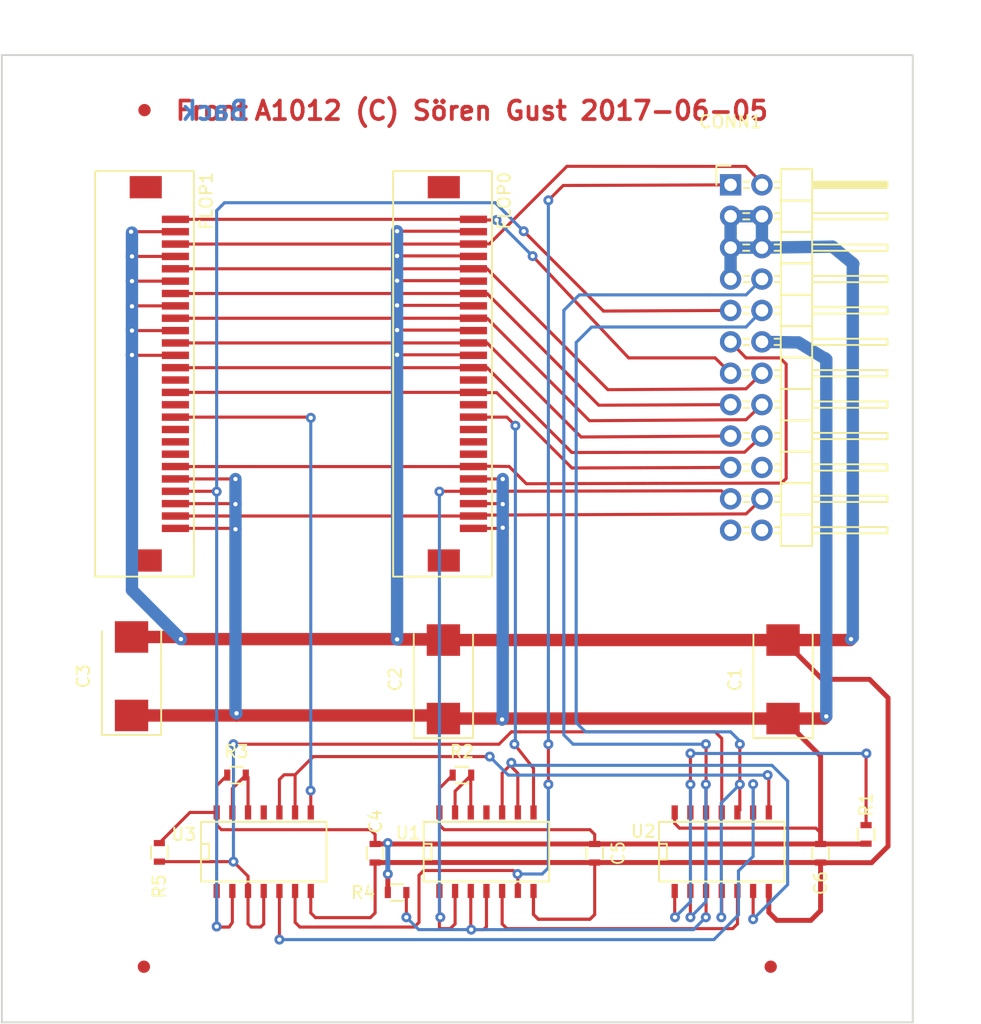
<source format=kicad_pcb>
(kicad_pcb (version 4) (host pcbnew 4.0.5+dfsg1-4~bpo8+1)

  (general
    (links 97)
    (no_connects 0)
    (area 129.061904 68.05 217.6 151.825)
    (thickness 1.6)
    (drawings 9)
    (tracks 476)
    (zones 0)
    (modules 24)
    (nets 43)
  )

  (page A4)
  (layers
    (0 F.Cu signal)
    (31 B.Cu signal)
    (32 B.Adhes user)
    (33 F.Adhes user)
    (34 B.Paste user)
    (35 F.Paste user)
    (36 B.SilkS user)
    (37 F.SilkS user)
    (38 B.Mask user)
    (39 F.Mask user)
    (40 Dwgs.User user)
    (41 Cmts.User user)
    (42 Eco1.User user)
    (43 Eco2.User user)
    (44 Edge.Cuts user)
    (45 Margin user)
    (46 B.CrtYd user)
    (47 F.CrtYd user)
    (48 B.Fab user)
    (49 F.Fab user)
  )

  (setup
    (last_trace_width 0.25)
    (user_trace_width 0.4)
    (user_trace_width 1)
    (trace_clearance 0.2)
    (zone_clearance 0.508)
    (zone_45_only no)
    (trace_min 0.2)
    (segment_width 0.2)
    (edge_width 0.15)
    (via_size 0.8)
    (via_drill 0.35)
    (via_min_size 0.8)
    (via_min_drill 0.35)
    (uvia_size 0.3)
    (uvia_drill 0.1)
    (uvias_allowed no)
    (uvia_min_size 0.2)
    (uvia_min_drill 0.1)
    (pcb_text_width 0.3)
    (pcb_text_size 1.5 1.5)
    (mod_edge_width 0.15)
    (mod_text_size 1 1)
    (mod_text_width 0.15)
    (pad_size 1.524 1.524)
    (pad_drill 0.762)
    (pad_to_mask_clearance 0.2)
    (aux_axis_origin 134.5 150.25)
    (visible_elements FFFFFF7F)
    (pcbplotparams
      (layerselection 0x210e0_80000001)
      (usegerberextensions false)
      (excludeedgelayer false)
      (linewidth 0.100000)
      (plotframeref false)
      (viasonmask false)
      (mode 1)
      (useauxorigin false)
      (hpglpennumber 1)
      (hpglpenspeed 20)
      (hpglpendiameter 15)
      (hpglpenoverlay 2)
      (psnegative false)
      (psa4output false)
      (plotreference true)
      (plotvalue true)
      (plotinvisibletext false)
      (padsonsilk false)
      (subtractmaskfromsilk false)
      (outputformat 1)
      (mirror false)
      (drillshape 0)
      (scaleselection 1)
      (outputdirectory 2017-04-30))
  )

  (net 0 "")
  (net 1 +5V)
  (net 2 GND)
  (net 3 "Net-(CONN1-Pad1)")
  (net 4 "Net-(CONN1-Pad2)")
  (net 5 "Net-(CONN1-Pad8)")
  (net 6 "Net-(CONN1-Pad9)")
  (net 7 "Net-(CONN1-Pad10)")
  (net 8 "Net-(CONN1-Pad11)")
  (net 9 "Net-(CONN1-Pad13)")
  (net 10 "Net-(CONN1-Pad14)")
  (net 11 "Net-(CONN1-Pad15)")
  (net 12 "Net-(CONN1-Pad16)")
  (net 13 "Net-(CONN1-Pad17)")
  (net 14 "Net-(CONN1-Pad18)")
  (net 15 "Net-(CONN1-Pad19)")
  (net 16 "Net-(CONN1-Pad20)")
  (net 17 "Net-(CONN1-Pad21)")
  (net 18 "Net-(CONN1-Pad22)")
  (net 19 "Net-(CONN1-Pad23)")
  (net 20 "Net-(FLOP0-Pad13)")
  (net 21 "Net-(FLOP0-Pad11)")
  (net 22 "Net-(FLOP0-Pad10)")
  (net 23 "Net-(FLOP0-Pad9)")
  (net 24 "Net-(FLOP0-Pad8)")
  (net 25 "Net-(FLOP0-Pad7)")
  (net 26 "Net-(FLOP1-Pad13)")
  (net 27 "Net-(FLOP1-Pad11)")
  (net 28 "Net-(FLOP1-Pad10)")
  (net 29 "Net-(FLOP1-Pad9)")
  (net 30 "Net-(FLOP1-Pad8)")
  (net 31 "Net-(FLOP1-Pad7)")
  (net 32 "Net-(R1-Pad2)")
  (net 33 "Net-(U1-Pad5)")
  (net 34 "Net-(U1-Pad10)")
  (net 35 "Net-(U2-Pad8)")
  (net 36 "Net-(U2-Pad9)")
  (net 37 "Net-(R2-Pad2)")
  (net 38 "Net-(R3-Pad2)")
  (net 39 "Net-(R4-Pad2)")
  (net 40 "Net-(R5-Pad2)")
  (net 41 "Net-(U1-Pad11)")
  (net 42 "Net-(U3-Pad11)")

  (net_class Default "This is the default net class."
    (clearance 0.2)
    (trace_width 0.25)
    (via_dia 0.8)
    (via_drill 0.35)
    (uvia_dia 0.3)
    (uvia_drill 0.1)
    (add_net +5V)
    (add_net GND)
    (add_net "Net-(CONN1-Pad1)")
    (add_net "Net-(CONN1-Pad10)")
    (add_net "Net-(CONN1-Pad11)")
    (add_net "Net-(CONN1-Pad13)")
    (add_net "Net-(CONN1-Pad14)")
    (add_net "Net-(CONN1-Pad15)")
    (add_net "Net-(CONN1-Pad16)")
    (add_net "Net-(CONN1-Pad17)")
    (add_net "Net-(CONN1-Pad18)")
    (add_net "Net-(CONN1-Pad19)")
    (add_net "Net-(CONN1-Pad2)")
    (add_net "Net-(CONN1-Pad20)")
    (add_net "Net-(CONN1-Pad21)")
    (add_net "Net-(CONN1-Pad22)")
    (add_net "Net-(CONN1-Pad23)")
    (add_net "Net-(CONN1-Pad8)")
    (add_net "Net-(CONN1-Pad9)")
    (add_net "Net-(FLOP0-Pad10)")
    (add_net "Net-(FLOP0-Pad11)")
    (add_net "Net-(FLOP0-Pad13)")
    (add_net "Net-(FLOP0-Pad7)")
    (add_net "Net-(FLOP0-Pad8)")
    (add_net "Net-(FLOP0-Pad9)")
    (add_net "Net-(FLOP1-Pad10)")
    (add_net "Net-(FLOP1-Pad11)")
    (add_net "Net-(FLOP1-Pad13)")
    (add_net "Net-(FLOP1-Pad7)")
    (add_net "Net-(FLOP1-Pad8)")
    (add_net "Net-(FLOP1-Pad9)")
    (add_net "Net-(R1-Pad2)")
    (add_net "Net-(R2-Pad2)")
    (add_net "Net-(R3-Pad2)")
    (add_net "Net-(R4-Pad2)")
    (add_net "Net-(R5-Pad2)")
    (add_net "Net-(U1-Pad10)")
    (add_net "Net-(U1-Pad11)")
    (add_net "Net-(U1-Pad5)")
    (add_net "Net-(U2-Pad8)")
    (add_net "Net-(U2-Pad9)")
    (add_net "Net-(U3-Pad11)")
  )

  (module Resistors_SMD:R_0603 (layer F.Cu) (tedit 592F18B5) (tstamp 59013F43)
    (at 164.719 136.572 270)
    (descr "Resistor SMD 0603, reflow soldering, Vishay (see dcrcw.pdf)")
    (tags "resistor 0603")
    (path /5900EDD9)
    (attr smd)
    (fp_text reference C4 (at -2.572 -0.031 270) (layer F.SilkS)
      (effects (font (size 1 1) (thickness 0.15)))
    )
    (fp_text value 100nF (at 0 1.9 270) (layer F.Fab)
      (effects (font (size 1 1) (thickness 0.15)))
    )
    (fp_line (start -0.8 0.4) (end -0.8 -0.4) (layer F.Fab) (width 0.1))
    (fp_line (start 0.8 0.4) (end -0.8 0.4) (layer F.Fab) (width 0.1))
    (fp_line (start 0.8 -0.4) (end 0.8 0.4) (layer F.Fab) (width 0.1))
    (fp_line (start -0.8 -0.4) (end 0.8 -0.4) (layer F.Fab) (width 0.1))
    (fp_line (start -1.3 -0.8) (end 1.3 -0.8) (layer F.CrtYd) (width 0.05))
    (fp_line (start -1.3 0.8) (end 1.3 0.8) (layer F.CrtYd) (width 0.05))
    (fp_line (start -1.3 -0.8) (end -1.3 0.8) (layer F.CrtYd) (width 0.05))
    (fp_line (start 1.3 -0.8) (end 1.3 0.8) (layer F.CrtYd) (width 0.05))
    (fp_line (start 0.5 0.675) (end -0.5 0.675) (layer F.SilkS) (width 0.15))
    (fp_line (start -0.5 -0.675) (end 0.5 -0.675) (layer F.SilkS) (width 0.15))
    (pad 1 smd rect (at -0.75 0 270) (size 0.5 0.9) (layers F.Cu F.Paste F.Mask)
      (net 1 +5V))
    (pad 2 smd rect (at 0.75 0 270) (size 0.5 0.9) (layers F.Cu F.Paste F.Mask)
      (net 2 GND))
    (model Resistors_SMD.3dshapes/R_0603.wrl
      (at (xyz 0 0 0))
      (scale (xyz 1 1 1))
      (rotate (xyz 0 0 0))
    )
  )

  (module Pin_Headers:Pin_Header_Angled_2x12 (layer F.Cu) (tedit 0) (tstamp 5900B4F2)
    (at 193.5 82.5)
    (descr "Through hole pin header")
    (tags "pin header")
    (path /58FCA232)
    (fp_text reference CONN1 (at 0 -5.1) (layer F.SilkS)
      (effects (font (size 1 1) (thickness 0.15)))
    )
    (fp_text value AmigaFloppyExternal (at 0 -3.1) (layer F.Fab)
      (effects (font (size 1 1) (thickness 0.15)))
    )
    (fp_line (start -1.35 -1.75) (end -1.35 29.7) (layer F.CrtYd) (width 0.05))
    (fp_line (start 13.2 -1.75) (end 13.2 29.7) (layer F.CrtYd) (width 0.05))
    (fp_line (start -1.35 -1.75) (end 13.2 -1.75) (layer F.CrtYd) (width 0.05))
    (fp_line (start -1.35 29.7) (end 13.2 29.7) (layer F.CrtYd) (width 0.05))
    (fp_line (start 1.524 -0.254) (end 1.016 -0.254) (layer F.SilkS) (width 0.15))
    (fp_line (start 1.524 0.254) (end 1.016 0.254) (layer F.SilkS) (width 0.15))
    (fp_line (start 1.524 2.286) (end 1.016 2.286) (layer F.SilkS) (width 0.15))
    (fp_line (start 1.524 2.794) (end 1.016 2.794) (layer F.SilkS) (width 0.15))
    (fp_line (start 1.524 28.194) (end 1.016 28.194) (layer F.SilkS) (width 0.15))
    (fp_line (start 1.524 27.686) (end 1.016 27.686) (layer F.SilkS) (width 0.15))
    (fp_line (start 1.524 25.654) (end 1.016 25.654) (layer F.SilkS) (width 0.15))
    (fp_line (start 1.524 25.146) (end 1.016 25.146) (layer F.SilkS) (width 0.15))
    (fp_line (start 1.524 20.066) (end 1.016 20.066) (layer F.SilkS) (width 0.15))
    (fp_line (start 1.524 20.574) (end 1.016 20.574) (layer F.SilkS) (width 0.15))
    (fp_line (start 1.524 22.606) (end 1.016 22.606) (layer F.SilkS) (width 0.15))
    (fp_line (start 1.524 23.114) (end 1.016 23.114) (layer F.SilkS) (width 0.15))
    (fp_line (start 1.524 18.034) (end 1.016 18.034) (layer F.SilkS) (width 0.15))
    (fp_line (start 1.524 17.526) (end 1.016 17.526) (layer F.SilkS) (width 0.15))
    (fp_line (start 1.524 15.494) (end 1.016 15.494) (layer F.SilkS) (width 0.15))
    (fp_line (start 1.524 14.986) (end 1.016 14.986) (layer F.SilkS) (width 0.15))
    (fp_line (start 1.524 4.826) (end 1.016 4.826) (layer F.SilkS) (width 0.15))
    (fp_line (start 1.524 5.334) (end 1.016 5.334) (layer F.SilkS) (width 0.15))
    (fp_line (start 1.524 7.366) (end 1.016 7.366) (layer F.SilkS) (width 0.15))
    (fp_line (start 1.524 7.874) (end 1.016 7.874) (layer F.SilkS) (width 0.15))
    (fp_line (start 1.524 12.954) (end 1.016 12.954) (layer F.SilkS) (width 0.15))
    (fp_line (start 1.524 12.446) (end 1.016 12.446) (layer F.SilkS) (width 0.15))
    (fp_line (start 1.524 10.414) (end 1.016 10.414) (layer F.SilkS) (width 0.15))
    (fp_line (start 1.524 9.906) (end 1.016 9.906) (layer F.SilkS) (width 0.15))
    (fp_line (start 4.064 25.146) (end 3.556 25.146) (layer F.SilkS) (width 0.15))
    (fp_line (start 4.064 25.654) (end 3.556 25.654) (layer F.SilkS) (width 0.15))
    (fp_line (start 4.064 27.686) (end 3.556 27.686) (layer F.SilkS) (width 0.15))
    (fp_line (start 4.064 28.194) (end 3.556 28.194) (layer F.SilkS) (width 0.15))
    (fp_line (start 4.064 23.114) (end 3.556 23.114) (layer F.SilkS) (width 0.15))
    (fp_line (start 4.064 22.606) (end 3.556 22.606) (layer F.SilkS) (width 0.15))
    (fp_line (start 4.064 20.574) (end 3.556 20.574) (layer F.SilkS) (width 0.15))
    (fp_line (start 4.064 20.066) (end 3.556 20.066) (layer F.SilkS) (width 0.15))
    (fp_line (start 4.064 14.986) (end 3.556 14.986) (layer F.SilkS) (width 0.15))
    (fp_line (start 4.064 15.494) (end 3.556 15.494) (layer F.SilkS) (width 0.15))
    (fp_line (start 4.064 17.526) (end 3.556 17.526) (layer F.SilkS) (width 0.15))
    (fp_line (start 4.064 18.034) (end 3.556 18.034) (layer F.SilkS) (width 0.15))
    (fp_line (start 4.064 12.954) (end 3.556 12.954) (layer F.SilkS) (width 0.15))
    (fp_line (start 4.064 12.446) (end 3.556 12.446) (layer F.SilkS) (width 0.15))
    (fp_line (start 4.064 10.414) (end 3.556 10.414) (layer F.SilkS) (width 0.15))
    (fp_line (start 4.064 9.906) (end 3.556 9.906) (layer F.SilkS) (width 0.15))
    (fp_line (start 4.064 -0.254) (end 3.556 -0.254) (layer F.SilkS) (width 0.15))
    (fp_line (start 4.064 0.254) (end 3.556 0.254) (layer F.SilkS) (width 0.15))
    (fp_line (start 4.064 2.286) (end 3.556 2.286) (layer F.SilkS) (width 0.15))
    (fp_line (start 4.064 2.794) (end 3.556 2.794) (layer F.SilkS) (width 0.15))
    (fp_line (start 4.064 7.874) (end 3.556 7.874) (layer F.SilkS) (width 0.15))
    (fp_line (start 4.064 7.366) (end 3.556 7.366) (layer F.SilkS) (width 0.15))
    (fp_line (start 4.064 5.334) (end 3.556 5.334) (layer F.SilkS) (width 0.15))
    (fp_line (start 4.064 4.826) (end 3.556 4.826) (layer F.SilkS) (width 0.15))
    (fp_line (start 0 -1.55) (end -1.15 -1.55) (layer F.SilkS) (width 0.15))
    (fp_line (start -1.15 -1.55) (end -1.15 0) (layer F.SilkS) (width 0.15))
    (fp_line (start 6.604 -0.127) (end 12.573 -0.127) (layer F.SilkS) (width 0.15))
    (fp_line (start 12.573 -0.127) (end 12.573 0.127) (layer F.SilkS) (width 0.15))
    (fp_line (start 12.573 0.127) (end 6.731 0.127) (layer F.SilkS) (width 0.15))
    (fp_line (start 6.731 0.127) (end 6.731 0) (layer F.SilkS) (width 0.15))
    (fp_line (start 6.731 0) (end 12.573 0) (layer F.SilkS) (width 0.15))
    (fp_line (start 4.064 19.05) (end 6.604 19.05) (layer F.SilkS) (width 0.15))
    (fp_line (start 4.064 19.05) (end 4.064 21.59) (layer F.SilkS) (width 0.15))
    (fp_line (start 4.064 21.59) (end 6.604 21.59) (layer F.SilkS) (width 0.15))
    (fp_line (start 6.604 20.066) (end 12.7 20.066) (layer F.SilkS) (width 0.15))
    (fp_line (start 12.7 20.066) (end 12.7 20.574) (layer F.SilkS) (width 0.15))
    (fp_line (start 12.7 20.574) (end 6.604 20.574) (layer F.SilkS) (width 0.15))
    (fp_line (start 6.604 21.59) (end 6.604 19.05) (layer F.SilkS) (width 0.15))
    (fp_line (start 6.604 24.13) (end 6.604 21.59) (layer F.SilkS) (width 0.15))
    (fp_line (start 12.7 23.114) (end 6.604 23.114) (layer F.SilkS) (width 0.15))
    (fp_line (start 12.7 22.606) (end 12.7 23.114) (layer F.SilkS) (width 0.15))
    (fp_line (start 6.604 22.606) (end 12.7 22.606) (layer F.SilkS) (width 0.15))
    (fp_line (start 4.064 24.13) (end 6.604 24.13) (layer F.SilkS) (width 0.15))
    (fp_line (start 4.064 21.59) (end 4.064 24.13) (layer F.SilkS) (width 0.15))
    (fp_line (start 4.064 21.59) (end 6.604 21.59) (layer F.SilkS) (width 0.15))
    (fp_line (start 4.064 26.67) (end 6.604 26.67) (layer F.SilkS) (width 0.15))
    (fp_line (start 4.064 26.67) (end 4.064 29.21) (layer F.SilkS) (width 0.15))
    (fp_line (start 6.604 27.686) (end 12.7 27.686) (layer F.SilkS) (width 0.15))
    (fp_line (start 12.7 27.686) (end 12.7 28.194) (layer F.SilkS) (width 0.15))
    (fp_line (start 12.7 28.194) (end 6.604 28.194) (layer F.SilkS) (width 0.15))
    (fp_line (start 6.604 29.21) (end 6.604 26.67) (layer F.SilkS) (width 0.15))
    (fp_line (start 6.604 26.67) (end 6.604 24.13) (layer F.SilkS) (width 0.15))
    (fp_line (start 12.7 25.654) (end 6.604 25.654) (layer F.SilkS) (width 0.15))
    (fp_line (start 12.7 25.146) (end 12.7 25.654) (layer F.SilkS) (width 0.15))
    (fp_line (start 6.604 25.146) (end 12.7 25.146) (layer F.SilkS) (width 0.15))
    (fp_line (start 4.064 26.67) (end 6.604 26.67) (layer F.SilkS) (width 0.15))
    (fp_line (start 4.064 24.13) (end 4.064 26.67) (layer F.SilkS) (width 0.15))
    (fp_line (start 4.064 24.13) (end 6.604 24.13) (layer F.SilkS) (width 0.15))
    (fp_line (start 4.064 29.21) (end 6.604 29.21) (layer F.SilkS) (width 0.15))
    (fp_line (start 4.064 8.89) (end 6.604 8.89) (layer F.SilkS) (width 0.15))
    (fp_line (start 4.064 8.89) (end 4.064 11.43) (layer F.SilkS) (width 0.15))
    (fp_line (start 4.064 11.43) (end 6.604 11.43) (layer F.SilkS) (width 0.15))
    (fp_line (start 6.604 9.906) (end 12.7 9.906) (layer F.SilkS) (width 0.15))
    (fp_line (start 12.7 9.906) (end 12.7 10.414) (layer F.SilkS) (width 0.15))
    (fp_line (start 12.7 10.414) (end 6.604 10.414) (layer F.SilkS) (width 0.15))
    (fp_line (start 6.604 11.43) (end 6.604 8.89) (layer F.SilkS) (width 0.15))
    (fp_line (start 6.604 13.97) (end 6.604 11.43) (layer F.SilkS) (width 0.15))
    (fp_line (start 12.7 12.954) (end 6.604 12.954) (layer F.SilkS) (width 0.15))
    (fp_line (start 12.7 12.446) (end 12.7 12.954) (layer F.SilkS) (width 0.15))
    (fp_line (start 6.604 12.446) (end 12.7 12.446) (layer F.SilkS) (width 0.15))
    (fp_line (start 4.064 13.97) (end 6.604 13.97) (layer F.SilkS) (width 0.15))
    (fp_line (start 4.064 11.43) (end 4.064 13.97) (layer F.SilkS) (width 0.15))
    (fp_line (start 4.064 11.43) (end 6.604 11.43) (layer F.SilkS) (width 0.15))
    (fp_line (start 4.064 16.51) (end 6.604 16.51) (layer F.SilkS) (width 0.15))
    (fp_line (start 4.064 16.51) (end 4.064 19.05) (layer F.SilkS) (width 0.15))
    (fp_line (start 4.064 19.05) (end 6.604 19.05) (layer F.SilkS) (width 0.15))
    (fp_line (start 6.604 17.526) (end 12.7 17.526) (layer F.SilkS) (width 0.15))
    (fp_line (start 12.7 17.526) (end 12.7 18.034) (layer F.SilkS) (width 0.15))
    (fp_line (start 12.7 18.034) (end 6.604 18.034) (layer F.SilkS) (width 0.15))
    (fp_line (start 6.604 19.05) (end 6.604 16.51) (layer F.SilkS) (width 0.15))
    (fp_line (start 6.604 16.51) (end 6.604 13.97) (layer F.SilkS) (width 0.15))
    (fp_line (start 12.7 15.494) (end 6.604 15.494) (layer F.SilkS) (width 0.15))
    (fp_line (start 12.7 14.986) (end 12.7 15.494) (layer F.SilkS) (width 0.15))
    (fp_line (start 6.604 14.986) (end 12.7 14.986) (layer F.SilkS) (width 0.15))
    (fp_line (start 4.064 16.51) (end 6.604 16.51) (layer F.SilkS) (width 0.15))
    (fp_line (start 4.064 13.97) (end 4.064 16.51) (layer F.SilkS) (width 0.15))
    (fp_line (start 4.064 13.97) (end 6.604 13.97) (layer F.SilkS) (width 0.15))
    (fp_line (start 4.064 3.81) (end 6.604 3.81) (layer F.SilkS) (width 0.15))
    (fp_line (start 4.064 3.81) (end 4.064 6.35) (layer F.SilkS) (width 0.15))
    (fp_line (start 4.064 6.35) (end 6.604 6.35) (layer F.SilkS) (width 0.15))
    (fp_line (start 6.604 4.826) (end 12.7 4.826) (layer F.SilkS) (width 0.15))
    (fp_line (start 12.7 4.826) (end 12.7 5.334) (layer F.SilkS) (width 0.15))
    (fp_line (start 12.7 5.334) (end 6.604 5.334) (layer F.SilkS) (width 0.15))
    (fp_line (start 6.604 6.35) (end 6.604 3.81) (layer F.SilkS) (width 0.15))
    (fp_line (start 6.604 8.89) (end 6.604 6.35) (layer F.SilkS) (width 0.15))
    (fp_line (start 12.7 7.874) (end 6.604 7.874) (layer F.SilkS) (width 0.15))
    (fp_line (start 12.7 7.366) (end 12.7 7.874) (layer F.SilkS) (width 0.15))
    (fp_line (start 6.604 7.366) (end 12.7 7.366) (layer F.SilkS) (width 0.15))
    (fp_line (start 4.064 8.89) (end 6.604 8.89) (layer F.SilkS) (width 0.15))
    (fp_line (start 4.064 6.35) (end 4.064 8.89) (layer F.SilkS) (width 0.15))
    (fp_line (start 4.064 6.35) (end 6.604 6.35) (layer F.SilkS) (width 0.15))
    (fp_line (start 4.064 1.27) (end 6.604 1.27) (layer F.SilkS) (width 0.15))
    (fp_line (start 4.064 1.27) (end 4.064 3.81) (layer F.SilkS) (width 0.15))
    (fp_line (start 4.064 3.81) (end 6.604 3.81) (layer F.SilkS) (width 0.15))
    (fp_line (start 6.604 2.286) (end 12.7 2.286) (layer F.SilkS) (width 0.15))
    (fp_line (start 12.7 2.286) (end 12.7 2.794) (layer F.SilkS) (width 0.15))
    (fp_line (start 12.7 2.794) (end 6.604 2.794) (layer F.SilkS) (width 0.15))
    (fp_line (start 6.604 3.81) (end 6.604 1.27) (layer F.SilkS) (width 0.15))
    (fp_line (start 6.604 1.27) (end 6.604 -1.27) (layer F.SilkS) (width 0.15))
    (fp_line (start 12.7 0.254) (end 6.604 0.254) (layer F.SilkS) (width 0.15))
    (fp_line (start 12.7 -0.254) (end 12.7 0.254) (layer F.SilkS) (width 0.15))
    (fp_line (start 6.604 -0.254) (end 12.7 -0.254) (layer F.SilkS) (width 0.15))
    (fp_line (start 4.064 1.27) (end 6.604 1.27) (layer F.SilkS) (width 0.15))
    (fp_line (start 4.064 -1.27) (end 4.064 1.27) (layer F.SilkS) (width 0.15))
    (fp_line (start 4.064 -1.27) (end 6.604 -1.27) (layer F.SilkS) (width 0.15))
    (pad 1 thru_hole rect (at 0 0) (size 1.7272 1.7272) (drill 1.016) (layers *.Cu *.Mask)
      (net 3 "Net-(CONN1-Pad1)"))
    (pad 2 thru_hole oval (at 2.54 0) (size 1.7272 1.7272) (drill 1.016) (layers *.Cu *.Mask)
      (net 4 "Net-(CONN1-Pad2)"))
    (pad 3 thru_hole oval (at 0 2.54) (size 1.7272 1.7272) (drill 1.016) (layers *.Cu *.Mask)
      (net 2 GND))
    (pad 4 thru_hole oval (at 2.54 2.54) (size 1.7272 1.7272) (drill 1.016) (layers *.Cu *.Mask)
      (net 2 GND))
    (pad 5 thru_hole oval (at 0 5.08) (size 1.7272 1.7272) (drill 1.016) (layers *.Cu *.Mask)
      (net 2 GND))
    (pad 6 thru_hole oval (at 2.54 5.08) (size 1.7272 1.7272) (drill 1.016) (layers *.Cu *.Mask)
      (net 2 GND))
    (pad 7 thru_hole oval (at 0 7.62) (size 1.7272 1.7272) (drill 1.016) (layers *.Cu *.Mask)
      (net 2 GND))
    (pad 8 thru_hole oval (at 2.54 7.62) (size 1.7272 1.7272) (drill 1.016) (layers *.Cu *.Mask)
      (net 5 "Net-(CONN1-Pad8)"))
    (pad 9 thru_hole oval (at 0 10.16) (size 1.7272 1.7272) (drill 1.016) (layers *.Cu *.Mask)
      (net 6 "Net-(CONN1-Pad9)"))
    (pad 10 thru_hole oval (at 2.54 10.16) (size 1.7272 1.7272) (drill 1.016) (layers *.Cu *.Mask)
      (net 7 "Net-(CONN1-Pad10)"))
    (pad 11 thru_hole oval (at 0 12.7) (size 1.7272 1.7272) (drill 1.016) (layers *.Cu *.Mask)
      (net 8 "Net-(CONN1-Pad11)"))
    (pad 12 thru_hole oval (at 2.54 12.7) (size 1.7272 1.7272) (drill 1.016) (layers *.Cu *.Mask)
      (net 1 +5V))
    (pad 13 thru_hole oval (at 0 15.24) (size 1.7272 1.7272) (drill 1.016) (layers *.Cu *.Mask)
      (net 9 "Net-(CONN1-Pad13)"))
    (pad 14 thru_hole oval (at 2.54 15.24) (size 1.7272 1.7272) (drill 1.016) (layers *.Cu *.Mask)
      (net 10 "Net-(CONN1-Pad14)"))
    (pad 15 thru_hole oval (at 0 17.78) (size 1.7272 1.7272) (drill 1.016) (layers *.Cu *.Mask)
      (net 11 "Net-(CONN1-Pad15)"))
    (pad 16 thru_hole oval (at 2.54 17.78) (size 1.7272 1.7272) (drill 1.016) (layers *.Cu *.Mask)
      (net 12 "Net-(CONN1-Pad16)"))
    (pad 17 thru_hole oval (at 0 20.32) (size 1.7272 1.7272) (drill 1.016) (layers *.Cu *.Mask)
      (net 13 "Net-(CONN1-Pad17)"))
    (pad 18 thru_hole oval (at 2.54 20.32) (size 1.7272 1.7272) (drill 1.016) (layers *.Cu *.Mask)
      (net 14 "Net-(CONN1-Pad18)"))
    (pad 19 thru_hole oval (at 0 22.86) (size 1.7272 1.7272) (drill 1.016) (layers *.Cu *.Mask)
      (net 15 "Net-(CONN1-Pad19)"))
    (pad 20 thru_hole oval (at 2.54 22.86) (size 1.7272 1.7272) (drill 1.016) (layers *.Cu *.Mask)
      (net 16 "Net-(CONN1-Pad20)"))
    (pad 21 thru_hole oval (at 0 25.4) (size 1.7272 1.7272) (drill 1.016) (layers *.Cu *.Mask)
      (net 17 "Net-(CONN1-Pad21)"))
    (pad 22 thru_hole oval (at 2.54 25.4) (size 1.7272 1.7272) (drill 1.016) (layers *.Cu *.Mask)
      (net 18 "Net-(CONN1-Pad22)"))
    (pad 23 thru_hole oval (at 0 27.94) (size 1.7272 1.7272) (drill 1.016) (layers *.Cu *.Mask)
      (net 19 "Net-(CONN1-Pad23)"))
    (pad 24 thru_hole oval (at 2.54 27.94) (size 1.7272 1.7272) (drill 1.016) (layers *.Cu *.Mask))
    (model Pin_Headers.3dshapes/Pin_Header_Angled_2x12.wrl
      (at (xyz 0.05 -0.55 0))
      (scale (xyz 1 1 1))
      (rotate (xyz 0 0 90))
    )
  )

  (module A1012-footprints:FFC-26 (layer F.Cu) (tedit 58FC8F9D) (tstamp 5900B51A)
    (at 170.18 97.79 270)
    (path /58FC94E4)
    (fp_text reference FLOP0 (at -14 -5 270) (layer F.SilkS)
      (effects (font (size 1 1) (thickness 0.15)))
    )
    (fp_text value FLOPPY26 (at -8 -5 270) (layer F.Fab)
      (effects (font (size 1 1) (thickness 0.15)))
    )
    (fp_line (start -16.4 1.2) (end -16.4 -3.6) (layer F.SilkS) (width 0.15))
    (fp_line (start -16.4 -3.6) (end -16.4 -4) (layer F.SilkS) (width 0.15))
    (fp_line (start -16.4 -4) (end 16.4 -4) (layer F.SilkS) (width 0.15))
    (fp_line (start 16.4 -4) (end 16.4 4) (layer F.SilkS) (width 0.15))
    (fp_line (start 16.4 4) (end 16 4) (layer F.SilkS) (width 0.15))
    (fp_line (start -16.4 1.2) (end -16.4 4) (layer F.SilkS) (width 0.15))
    (fp_line (start -16.4 4) (end -16 4) (layer F.SilkS) (width 0.15))
    (fp_line (start -16 4) (end 16 4) (layer F.SilkS) (width 0.15))
    (pad 26 smd rect (at -12.5 -2.5 270) (size 0.6 2.2) (layers F.Cu F.Paste F.Mask)
      (net 9 "Net-(CONN1-Pad13)"))
    (pad 25 smd rect (at -11.5 -2.5 270) (size 0.6 2.2) (layers F.Cu F.Paste F.Mask)
      (net 2 GND))
    (pad 24 smd rect (at -10.5 -2.5 270) (size 0.6 2.2) (layers F.Cu F.Paste F.Mask)
      (net 4 "Net-(CONN1-Pad2)"))
    (pad 23 smd rect (at -9.5 -2.5 270) (size 0.6 2.2) (layers F.Cu F.Paste F.Mask)
      (net 2 GND))
    (pad 22 smd rect (at -8.5 -2.5 270) (size 0.6 2.2) (layers F.Cu F.Paste F.Mask)
      (net 10 "Net-(CONN1-Pad14)"))
    (pad 21 smd rect (at -7.5 -2.5 270) (size 0.6 2.2) (layers F.Cu F.Paste F.Mask)
      (net 2 GND))
    (pad 20 smd rect (at -6.5 -2.5 270) (size 0.6 2.2) (layers F.Cu F.Paste F.Mask)
      (net 11 "Net-(CONN1-Pad15)"))
    (pad 19 smd rect (at -5.5 -2.5 270) (size 0.6 2.2) (layers F.Cu F.Paste F.Mask)
      (net 2 GND))
    (pad 18 smd rect (at -4.5 -2.5 270) (size 0.6 2.2) (layers F.Cu F.Paste F.Mask)
      (net 12 "Net-(CONN1-Pad16)"))
    (pad 17 smd rect (at -3.5 -2.5 270) (size 0.6 2.2) (layers F.Cu F.Paste F.Mask)
      (net 2 GND))
    (pad 16 smd rect (at -2.5 -2.5 270) (size 0.6 2.2) (layers F.Cu F.Paste F.Mask)
      (net 13 "Net-(CONN1-Pad17)"))
    (pad 15 smd rect (at -1.5 -2.5 270) (size 0.6 2.2) (layers F.Cu F.Paste F.Mask)
      (net 2 GND))
    (pad 14 smd rect (at -0.5 -2.5 270) (size 0.6 2.2) (layers F.Cu F.Paste F.Mask)
      (net 14 "Net-(CONN1-Pad18)"))
    (pad 13 smd rect (at 0.5 -2.5 270) (size 0.6 2.2) (layers F.Cu F.Paste F.Mask)
      (net 20 "Net-(FLOP0-Pad13)"))
    (pad 12 smd rect (at 1.5 -2.5 270) (size 0.6 2.2) (layers F.Cu F.Paste F.Mask)
      (net 15 "Net-(CONN1-Pad19)"))
    (pad 11 smd rect (at 2.5 -2.5 270) (size 0.6 2.2) (layers F.Cu F.Paste F.Mask)
      (net 21 "Net-(FLOP0-Pad11)"))
    (pad 10 smd rect (at 3.5 -2.5 270) (size 0.6 2.2) (layers F.Cu F.Paste F.Mask)
      (net 22 "Net-(FLOP0-Pad10)"))
    (pad 9 smd rect (at 4.5 -2.5 270) (size 0.6 2.2) (layers F.Cu F.Paste F.Mask)
      (net 23 "Net-(FLOP0-Pad9)"))
    (pad 8 smd rect (at 5.5 -2.5 270) (size 0.6 2.2) (layers F.Cu F.Paste F.Mask)
      (net 24 "Net-(FLOP0-Pad8)"))
    (pad 7 smd rect (at 6.5 -2.5 270) (size 0.6 2.2) (layers F.Cu F.Paste F.Mask)
      (net 25 "Net-(FLOP0-Pad7)"))
    (pad 6 smd rect (at 7.5 -2.5 270) (size 0.6 2.2) (layers F.Cu F.Paste F.Mask)
      (net 8 "Net-(CONN1-Pad11)"))
    (pad 5 smd rect (at 8.5 -2.5 270) (size 0.6 2.2) (layers F.Cu F.Paste F.Mask)
      (net 1 +5V))
    (pad 4 smd rect (at 9.5 -2.5 270) (size 0.6 2.2) (layers F.Cu F.Paste F.Mask)
      (net 17 "Net-(CONN1-Pad21)"))
    (pad 3 smd rect (at 10.5 -2.5 270) (size 0.6 2.2) (layers F.Cu F.Paste F.Mask)
      (net 1 +5V))
    (pad 2 smd rect (at 11.5 -2.5 270) (size 0.6 2.2) (layers F.Cu F.Paste F.Mask)
      (net 18 "Net-(CONN1-Pad22)"))
    (pad 1 smd rect (at 12.5 -2.5 270) (size 0.6 2.2) (layers F.Cu F.Paste F.Mask)
      (net 1 +5V))
    (pad 27 smd rect (at -15.1 -0.1 270) (size 1.8 2.6) (layers F.Cu F.Paste F.Mask))
    (pad 28 smd rect (at 15.1 -0.1 270) (size 1.8 2.6) (layers F.Cu F.Paste F.Mask))
  )

  (module A1012-footprints:FFC-26 (layer F.Cu) (tedit 58FC8F9D) (tstamp 5900B542)
    (at 146.05 97.79 270)
    (path /58FC9593)
    (fp_text reference FLOP1 (at -14 -5 270) (layer F.SilkS)
      (effects (font (size 1 1) (thickness 0.15)))
    )
    (fp_text value FLOPPY26 (at -8 -5 270) (layer F.Fab)
      (effects (font (size 1 1) (thickness 0.15)))
    )
    (fp_line (start -16.4 1.2) (end -16.4 -3.6) (layer F.SilkS) (width 0.15))
    (fp_line (start -16.4 -3.6) (end -16.4 -4) (layer F.SilkS) (width 0.15))
    (fp_line (start -16.4 -4) (end 16.4 -4) (layer F.SilkS) (width 0.15))
    (fp_line (start 16.4 -4) (end 16.4 4) (layer F.SilkS) (width 0.15))
    (fp_line (start 16.4 4) (end 16 4) (layer F.SilkS) (width 0.15))
    (fp_line (start -16.4 1.2) (end -16.4 4) (layer F.SilkS) (width 0.15))
    (fp_line (start -16.4 4) (end -16 4) (layer F.SilkS) (width 0.15))
    (fp_line (start -16 4) (end 16 4) (layer F.SilkS) (width 0.15))
    (pad 26 smd rect (at -12.5 -2.5 270) (size 0.6 2.2) (layers F.Cu F.Paste F.Mask)
      (net 9 "Net-(CONN1-Pad13)"))
    (pad 25 smd rect (at -11.5 -2.5 270) (size 0.6 2.2) (layers F.Cu F.Paste F.Mask)
      (net 2 GND))
    (pad 24 smd rect (at -10.5 -2.5 270) (size 0.6 2.2) (layers F.Cu F.Paste F.Mask)
      (net 4 "Net-(CONN1-Pad2)"))
    (pad 23 smd rect (at -9.5 -2.5 270) (size 0.6 2.2) (layers F.Cu F.Paste F.Mask)
      (net 2 GND))
    (pad 22 smd rect (at -8.5 -2.5 270) (size 0.6 2.2) (layers F.Cu F.Paste F.Mask)
      (net 10 "Net-(CONN1-Pad14)"))
    (pad 21 smd rect (at -7.5 -2.5 270) (size 0.6 2.2) (layers F.Cu F.Paste F.Mask)
      (net 2 GND))
    (pad 20 smd rect (at -6.5 -2.5 270) (size 0.6 2.2) (layers F.Cu F.Paste F.Mask)
      (net 11 "Net-(CONN1-Pad15)"))
    (pad 19 smd rect (at -5.5 -2.5 270) (size 0.6 2.2) (layers F.Cu F.Paste F.Mask)
      (net 2 GND))
    (pad 18 smd rect (at -4.5 -2.5 270) (size 0.6 2.2) (layers F.Cu F.Paste F.Mask)
      (net 12 "Net-(CONN1-Pad16)"))
    (pad 17 smd rect (at -3.5 -2.5 270) (size 0.6 2.2) (layers F.Cu F.Paste F.Mask)
      (net 2 GND))
    (pad 16 smd rect (at -2.5 -2.5 270) (size 0.6 2.2) (layers F.Cu F.Paste F.Mask)
      (net 13 "Net-(CONN1-Pad17)"))
    (pad 15 smd rect (at -1.5 -2.5 270) (size 0.6 2.2) (layers F.Cu F.Paste F.Mask)
      (net 2 GND))
    (pad 14 smd rect (at -0.5 -2.5 270) (size 0.6 2.2) (layers F.Cu F.Paste F.Mask)
      (net 14 "Net-(CONN1-Pad18)"))
    (pad 13 smd rect (at 0.5 -2.5 270) (size 0.6 2.2) (layers F.Cu F.Paste F.Mask)
      (net 26 "Net-(FLOP1-Pad13)"))
    (pad 12 smd rect (at 1.5 -2.5 270) (size 0.6 2.2) (layers F.Cu F.Paste F.Mask)
      (net 15 "Net-(CONN1-Pad19)"))
    (pad 11 smd rect (at 2.5 -2.5 270) (size 0.6 2.2) (layers F.Cu F.Paste F.Mask)
      (net 27 "Net-(FLOP1-Pad11)"))
    (pad 10 smd rect (at 3.5 -2.5 270) (size 0.6 2.2) (layers F.Cu F.Paste F.Mask)
      (net 28 "Net-(FLOP1-Pad10)"))
    (pad 9 smd rect (at 4.5 -2.5 270) (size 0.6 2.2) (layers F.Cu F.Paste F.Mask)
      (net 29 "Net-(FLOP1-Pad9)"))
    (pad 8 smd rect (at 5.5 -2.5 270) (size 0.6 2.2) (layers F.Cu F.Paste F.Mask)
      (net 30 "Net-(FLOP1-Pad8)"))
    (pad 7 smd rect (at 6.5 -2.5 270) (size 0.6 2.2) (layers F.Cu F.Paste F.Mask)
      (net 31 "Net-(FLOP1-Pad7)"))
    (pad 6 smd rect (at 7.5 -2.5 270) (size 0.6 2.2) (layers F.Cu F.Paste F.Mask)
      (net 8 "Net-(CONN1-Pad11)"))
    (pad 5 smd rect (at 8.5 -2.5 270) (size 0.6 2.2) (layers F.Cu F.Paste F.Mask)
      (net 1 +5V))
    (pad 4 smd rect (at 9.5 -2.5 270) (size 0.6 2.2) (layers F.Cu F.Paste F.Mask)
      (net 6 "Net-(CONN1-Pad9)"))
    (pad 3 smd rect (at 10.5 -2.5 270) (size 0.6 2.2) (layers F.Cu F.Paste F.Mask)
      (net 1 +5V))
    (pad 2 smd rect (at 11.5 -2.5 270) (size 0.6 2.2) (layers F.Cu F.Paste F.Mask)
      (net 18 "Net-(CONN1-Pad22)"))
    (pad 1 smd rect (at 12.5 -2.5 270) (size 0.6 2.2) (layers F.Cu F.Paste F.Mask)
      (net 1 +5V))
    (pad 27 smd rect (at -15.1 -0.1 270) (size 1.8 2.6) (layers F.Cu F.Paste F.Mask))
    (pad 28 smd rect (at 15.1 -0.1 270) (size 1.8 2.6) (layers F.Cu F.Paste F.Mask))
  )

  (module Resistors_SMD:R_0603 (layer F.Cu) (tedit 59022F4D) (tstamp 5900B552)
    (at 204.47 135.048 90)
    (descr "Resistor SMD 0603, reflow soldering, Vishay (see dcrcw.pdf)")
    (tags "resistor 0603")
    (path /58FCD2F3)
    (attr smd)
    (fp_text reference R1 (at 2.413 0 90) (layer F.SilkS)
      (effects (font (size 1 1) (thickness 0.15)))
    )
    (fp_text value 1K (at 0 1.9 90) (layer F.Fab)
      (effects (font (size 1 1) (thickness 0.15)))
    )
    (fp_line (start -0.8 0.4) (end -0.8 -0.4) (layer F.Fab) (width 0.1))
    (fp_line (start 0.8 0.4) (end -0.8 0.4) (layer F.Fab) (width 0.1))
    (fp_line (start 0.8 -0.4) (end 0.8 0.4) (layer F.Fab) (width 0.1))
    (fp_line (start -0.8 -0.4) (end 0.8 -0.4) (layer F.Fab) (width 0.1))
    (fp_line (start -1.3 -0.8) (end 1.3 -0.8) (layer F.CrtYd) (width 0.05))
    (fp_line (start -1.3 0.8) (end 1.3 0.8) (layer F.CrtYd) (width 0.05))
    (fp_line (start -1.3 -0.8) (end -1.3 0.8) (layer F.CrtYd) (width 0.05))
    (fp_line (start 1.3 -0.8) (end 1.3 0.8) (layer F.CrtYd) (width 0.05))
    (fp_line (start 0.5 0.675) (end -0.5 0.675) (layer F.SilkS) (width 0.15))
    (fp_line (start -0.5 -0.675) (end 0.5 -0.675) (layer F.SilkS) (width 0.15))
    (pad 1 smd rect (at -0.75 0 90) (size 0.5 0.9) (layers F.Cu F.Paste F.Mask)
      (net 1 +5V))
    (pad 2 smd rect (at 0.75 0 90) (size 0.5 0.9) (layers F.Cu F.Paste F.Mask)
      (net 32 "Net-(R1-Pad2)"))
    (model Resistors_SMD.3dshapes/R_0603.wrl
      (at (xyz 0 0 0))
      (scale (xyz 1 1 1))
      (rotate (xyz 0 0 0))
    )
  )

  (module SMD_Packages:SOIC-14_N (layer F.Cu) (tedit 59023228) (tstamp 5900B56B)
    (at 173.736 136.318)
    (descr "Module CMS SOJ 14 pins Large")
    (tags "CMS SOJ")
    (path /58FCBB40)
    (attr smd)
    (fp_text reference U1 (at -6.35 -1.397) (layer F.SilkS)
      (effects (font (size 1 1) (thickness 0.15)))
    )
    (fp_text value 74LS38 (at 0 1.27) (layer F.Fab)
      (effects (font (size 1 1) (thickness 0.15)))
    )
    (fp_line (start 5.08 -2.286) (end 5.08 2.54) (layer F.SilkS) (width 0.15))
    (fp_line (start 5.08 2.54) (end -5.08 2.54) (layer F.SilkS) (width 0.15))
    (fp_line (start -5.08 2.54) (end -5.08 -2.286) (layer F.SilkS) (width 0.15))
    (fp_line (start -5.08 -2.286) (end 5.08 -2.286) (layer F.SilkS) (width 0.15))
    (fp_line (start -5.08 -0.508) (end -4.445 -0.508) (layer F.SilkS) (width 0.15))
    (fp_line (start -4.445 -0.508) (end -4.445 0.762) (layer F.SilkS) (width 0.15))
    (fp_line (start -4.445 0.762) (end -5.08 0.762) (layer F.SilkS) (width 0.15))
    (pad 1 smd rect (at -3.81 3.302) (size 0.508 1.143) (layers F.Cu F.Paste F.Mask)
      (net 17 "Net-(CONN1-Pad21)"))
    (pad 2 smd rect (at -2.54 3.302) (size 0.508 1.143) (layers F.Cu F.Paste F.Mask)
      (net 17 "Net-(CONN1-Pad21)"))
    (pad 3 smd rect (at -1.27 3.302) (size 0.508 1.143) (layers F.Cu F.Paste F.Mask)
      (net 39 "Net-(R4-Pad2)"))
    (pad 4 smd rect (at 0 3.302) (size 0.508 1.143) (layers F.Cu F.Paste F.Mask)
      (net 39 "Net-(R4-Pad2)"))
    (pad 5 smd rect (at 1.27 3.302) (size 0.508 1.143) (layers F.Cu F.Paste F.Mask)
      (net 33 "Net-(U1-Pad5)"))
    (pad 6 smd rect (at 2.54 3.302) (size 0.508 1.143) (layers F.Cu F.Paste F.Mask)
      (net 3 "Net-(CONN1-Pad1)"))
    (pad 7 smd rect (at 3.81 3.302) (size 0.508 1.143) (layers F.Cu F.Paste F.Mask)
      (net 2 GND))
    (pad 8 smd rect (at 3.81 -3.048) (size 0.508 1.143) (layers F.Cu F.Paste F.Mask)
      (net 22 "Net-(FLOP0-Pad10)"))
    (pad 9 smd rect (at 2.54 -3.048) (size 0.508 1.143) (layers F.Cu F.Paste F.Mask)
      (net 34 "Net-(U1-Pad10)"))
    (pad 11 smd rect (at 0 -3.048) (size 0.508 1.143) (layers F.Cu F.Paste F.Mask)
      (net 41 "Net-(U1-Pad11)"))
    (pad 12 smd rect (at -1.27 -3.048) (size 0.508 1.143) (layers F.Cu F.Paste F.Mask)
      (net 37 "Net-(R2-Pad2)"))
    (pad 13 smd rect (at -2.54 -3.048) (size 0.508 1.143) (layers F.Cu F.Paste F.Mask)
      (net 37 "Net-(R2-Pad2)"))
    (pad 14 smd rect (at -3.81 -3.048) (size 0.508 1.143) (layers F.Cu F.Paste F.Mask)
      (net 1 +5V))
    (pad 10 smd rect (at 1.27 -3.048) (size 0.508 1.143) (layers F.Cu F.Paste F.Mask)
      (net 34 "Net-(U1-Pad10)"))
    (model SMD_Packages.3dshapes/SOIC-14_N.wrl
      (at (xyz 0 0 0))
      (scale (xyz 0.5 0.4 0.5))
      (rotate (xyz 0 0 0))
    )
  )

  (module SMD_Packages:SOIC-14_N (layer F.Cu) (tedit 5902323B) (tstamp 5900B584)
    (at 192.786 136.318)
    (descr "Module CMS SOJ 14 pins Large")
    (tags "CMS SOJ")
    (path /58FCB684)
    (attr smd)
    (fp_text reference U2 (at -6.35 -1.524) (layer F.SilkS)
      (effects (font (size 1 1) (thickness 0.15)))
    )
    (fp_text value 74LS74 (at 0 1.27) (layer F.Fab)
      (effects (font (size 1 1) (thickness 0.15)))
    )
    (fp_line (start 5.08 -2.286) (end 5.08 2.54) (layer F.SilkS) (width 0.15))
    (fp_line (start 5.08 2.54) (end -5.08 2.54) (layer F.SilkS) (width 0.15))
    (fp_line (start -5.08 2.54) (end -5.08 -2.286) (layer F.SilkS) (width 0.15))
    (fp_line (start -5.08 -2.286) (end 5.08 -2.286) (layer F.SilkS) (width 0.15))
    (fp_line (start -5.08 -0.508) (end -4.445 -0.508) (layer F.SilkS) (width 0.15))
    (fp_line (start -4.445 -0.508) (end -4.445 0.762) (layer F.SilkS) (width 0.15))
    (fp_line (start -4.445 0.762) (end -5.08 0.762) (layer F.SilkS) (width 0.15))
    (pad 1 smd rect (at -3.81 3.302) (size 0.508 1.143) (layers F.Cu F.Paste F.Mask)
      (net 32 "Net-(R1-Pad2)"))
    (pad 2 smd rect (at -2.54 3.302) (size 0.508 1.143) (layers F.Cu F.Paste F.Mask)
      (net 5 "Net-(CONN1-Pad8)"))
    (pad 3 smd rect (at -1.27 3.302) (size 0.508 1.143) (layers F.Cu F.Paste F.Mask)
      (net 39 "Net-(R4-Pad2)"))
    (pad 4 smd rect (at 0 3.302) (size 0.508 1.143) (layers F.Cu F.Paste F.Mask)
      (net 7 "Net-(CONN1-Pad10)"))
    (pad 5 smd rect (at 1.27 3.302) (size 0.508 1.143) (layers F.Cu F.Paste F.Mask)
      (net 33 "Net-(U1-Pad5)"))
    (pad 6 smd rect (at 2.54 3.302) (size 0.508 1.143) (layers F.Cu F.Paste F.Mask)
      (net 34 "Net-(U1-Pad10)"))
    (pad 7 smd rect (at 3.81 3.302) (size 0.508 1.143) (layers F.Cu F.Paste F.Mask)
      (net 2 GND))
    (pad 8 smd rect (at 3.81 -3.048) (size 0.508 1.143) (layers F.Cu F.Paste F.Mask)
      (net 35 "Net-(U2-Pad8)"))
    (pad 9 smd rect (at 2.54 -3.048) (size 0.508 1.143) (layers F.Cu F.Paste F.Mask)
      (net 36 "Net-(U2-Pad9)"))
    (pad 11 smd rect (at 0 -3.048) (size 0.508 1.143) (layers F.Cu F.Paste F.Mask)
      (net 40 "Net-(R5-Pad2)"))
    (pad 12 smd rect (at -1.27 -3.048) (size 0.508 1.143) (layers F.Cu F.Paste F.Mask)
      (net 5 "Net-(CONN1-Pad8)"))
    (pad 13 smd rect (at -2.54 -3.048) (size 0.508 1.143) (layers F.Cu F.Paste F.Mask)
      (net 32 "Net-(R1-Pad2)"))
    (pad 14 smd rect (at -3.81 -3.048) (size 0.508 1.143) (layers F.Cu F.Paste F.Mask)
      (net 1 +5V))
    (pad 10 smd rect (at 1.27 -3.048) (size 0.508 1.143) (layers F.Cu F.Paste F.Mask)
      (net 7 "Net-(CONN1-Pad10)"))
    (model SMD_Packages.3dshapes/SOIC-14_N.wrl
      (at (xyz 0 0 0))
      (scale (xyz 0.5 0.4 0.5))
      (rotate (xyz 0 0 0))
    )
  )

  (module SMD_Packages:SOIC-14_N (layer F.Cu) (tedit 5902321C) (tstamp 5900B59D)
    (at 155.702 136.318)
    (descr "Module CMS SOJ 14 pins Large")
    (tags "CMS SOJ")
    (path /58FCBC81)
    (attr smd)
    (fp_text reference U3 (at -6.477 -1.27) (layer F.SilkS)
      (effects (font (size 1 1) (thickness 0.15)))
    )
    (fp_text value 74LS38 (at 0 1.27) (layer F.Fab)
      (effects (font (size 1 1) (thickness 0.15)))
    )
    (fp_line (start 5.08 -2.286) (end 5.08 2.54) (layer F.SilkS) (width 0.15))
    (fp_line (start 5.08 2.54) (end -5.08 2.54) (layer F.SilkS) (width 0.15))
    (fp_line (start -5.08 2.54) (end -5.08 -2.286) (layer F.SilkS) (width 0.15))
    (fp_line (start -5.08 -2.286) (end 5.08 -2.286) (layer F.SilkS) (width 0.15))
    (fp_line (start -5.08 -0.508) (end -4.445 -0.508) (layer F.SilkS) (width 0.15))
    (fp_line (start -4.445 -0.508) (end -4.445 0.762) (layer F.SilkS) (width 0.15))
    (fp_line (start -4.445 0.762) (end -5.08 0.762) (layer F.SilkS) (width 0.15))
    (pad 1 smd rect (at -3.81 3.302) (size 0.508 1.143) (layers F.Cu F.Paste F.Mask)
      (net 6 "Net-(CONN1-Pad9)"))
    (pad 2 smd rect (at -2.54 3.302) (size 0.508 1.143) (layers F.Cu F.Paste F.Mask)
      (net 6 "Net-(CONN1-Pad9)"))
    (pad 3 smd rect (at -1.27 3.302) (size 0.508 1.143) (layers F.Cu F.Paste F.Mask)
      (net 40 "Net-(R5-Pad2)"))
    (pad 4 smd rect (at 0 3.302) (size 0.508 1.143) (layers F.Cu F.Paste F.Mask)
      (net 40 "Net-(R5-Pad2)"))
    (pad 5 smd rect (at 1.27 3.302) (size 0.508 1.143) (layers F.Cu F.Paste F.Mask)
      (net 36 "Net-(U2-Pad9)"))
    (pad 6 smd rect (at 2.54 3.302) (size 0.508 1.143) (layers F.Cu F.Paste F.Mask)
      (net 3 "Net-(CONN1-Pad1)"))
    (pad 7 smd rect (at 3.81 3.302) (size 0.508 1.143) (layers F.Cu F.Paste F.Mask)
      (net 2 GND))
    (pad 8 smd rect (at 3.81 -3.048) (size 0.508 1.143) (layers F.Cu F.Paste F.Mask)
      (net 28 "Net-(FLOP1-Pad10)"))
    (pad 9 smd rect (at 2.54 -3.048) (size 0.508 1.143) (layers F.Cu F.Paste F.Mask)
      (net 35 "Net-(U2-Pad8)"))
    (pad 11 smd rect (at 0 -3.048) (size 0.508 1.143) (layers F.Cu F.Paste F.Mask)
      (net 42 "Net-(U3-Pad11)"))
    (pad 12 smd rect (at -1.27 -3.048) (size 0.508 1.143) (layers F.Cu F.Paste F.Mask)
      (net 38 "Net-(R3-Pad2)"))
    (pad 13 smd rect (at -2.54 -3.048) (size 0.508 1.143) (layers F.Cu F.Paste F.Mask)
      (net 38 "Net-(R3-Pad2)"))
    (pad 14 smd rect (at -3.81 -3.048) (size 0.508 1.143) (layers F.Cu F.Paste F.Mask)
      (net 1 +5V))
    (pad 10 smd rect (at 1.27 -3.048) (size 0.508 1.143) (layers F.Cu F.Paste F.Mask)
      (net 35 "Net-(U2-Pad8)"))
    (model SMD_Packages.3dshapes/SOIC-14_N.wrl
      (at (xyz 0 0 0))
      (scale (xyz 0.5 0.4 0.5))
      (rotate (xyz 0 0 0))
    )
  )

  (module Resistors_SMD:R_0603 (layer F.Cu) (tedit 58307A47) (tstamp 59013F53)
    (at 182.499 136.572 270)
    (descr "Resistor SMD 0603, reflow soldering, Vishay (see dcrcw.pdf)")
    (tags "resistor 0603")
    (path /5900EF38)
    (attr smd)
    (fp_text reference C5 (at 0 -1.9 270) (layer F.SilkS)
      (effects (font (size 1 1) (thickness 0.15)))
    )
    (fp_text value 100nF (at 0 1.9 270) (layer F.Fab)
      (effects (font (size 1 1) (thickness 0.15)))
    )
    (fp_line (start -0.8 0.4) (end -0.8 -0.4) (layer F.Fab) (width 0.1))
    (fp_line (start 0.8 0.4) (end -0.8 0.4) (layer F.Fab) (width 0.1))
    (fp_line (start 0.8 -0.4) (end 0.8 0.4) (layer F.Fab) (width 0.1))
    (fp_line (start -0.8 -0.4) (end 0.8 -0.4) (layer F.Fab) (width 0.1))
    (fp_line (start -1.3 -0.8) (end 1.3 -0.8) (layer F.CrtYd) (width 0.05))
    (fp_line (start -1.3 0.8) (end 1.3 0.8) (layer F.CrtYd) (width 0.05))
    (fp_line (start -1.3 -0.8) (end -1.3 0.8) (layer F.CrtYd) (width 0.05))
    (fp_line (start 1.3 -0.8) (end 1.3 0.8) (layer F.CrtYd) (width 0.05))
    (fp_line (start 0.5 0.675) (end -0.5 0.675) (layer F.SilkS) (width 0.15))
    (fp_line (start -0.5 -0.675) (end 0.5 -0.675) (layer F.SilkS) (width 0.15))
    (pad 1 smd rect (at -0.75 0 270) (size 0.5 0.9) (layers F.Cu F.Paste F.Mask)
      (net 1 +5V))
    (pad 2 smd rect (at 0.75 0 270) (size 0.5 0.9) (layers F.Cu F.Paste F.Mask)
      (net 2 GND))
    (model Resistors_SMD.3dshapes/R_0603.wrl
      (at (xyz 0 0 0))
      (scale (xyz 1 1 1))
      (rotate (xyz 0 0 0))
    )
  )

  (module Resistors_SMD:R_0603 (layer F.Cu) (tedit 59022F53) (tstamp 59013F63)
    (at 200.787 136.572 270)
    (descr "Resistor SMD 0603, reflow soldering, Vishay (see dcrcw.pdf)")
    (tags "resistor 0603")
    (path /5900EF7B)
    (attr smd)
    (fp_text reference C6 (at 2.413 0 270) (layer F.SilkS)
      (effects (font (size 1 1) (thickness 0.15)))
    )
    (fp_text value 100nF (at 0 1.9 270) (layer F.Fab)
      (effects (font (size 1 1) (thickness 0.15)))
    )
    (fp_line (start -0.8 0.4) (end -0.8 -0.4) (layer F.Fab) (width 0.1))
    (fp_line (start 0.8 0.4) (end -0.8 0.4) (layer F.Fab) (width 0.1))
    (fp_line (start 0.8 -0.4) (end 0.8 0.4) (layer F.Fab) (width 0.1))
    (fp_line (start -0.8 -0.4) (end 0.8 -0.4) (layer F.Fab) (width 0.1))
    (fp_line (start -1.3 -0.8) (end 1.3 -0.8) (layer F.CrtYd) (width 0.05))
    (fp_line (start -1.3 0.8) (end 1.3 0.8) (layer F.CrtYd) (width 0.05))
    (fp_line (start -1.3 -0.8) (end -1.3 0.8) (layer F.CrtYd) (width 0.05))
    (fp_line (start 1.3 -0.8) (end 1.3 0.8) (layer F.CrtYd) (width 0.05))
    (fp_line (start 0.5 0.675) (end -0.5 0.675) (layer F.SilkS) (width 0.15))
    (fp_line (start -0.5 -0.675) (end 0.5 -0.675) (layer F.SilkS) (width 0.15))
    (pad 1 smd rect (at -0.75 0 270) (size 0.5 0.9) (layers F.Cu F.Paste F.Mask)
      (net 1 +5V))
    (pad 2 smd rect (at 0.75 0 270) (size 0.5 0.9) (layers F.Cu F.Paste F.Mask)
      (net 2 GND))
    (model Resistors_SMD.3dshapes/R_0603.wrl
      (at (xyz 0 0 0))
      (scale (xyz 1 1 1))
      (rotate (xyz 0 0 0))
    )
  )

  (module Fiducials:Fiducial_1mm_Dia_2.54mm_Outer_CopperTop (layer F.Cu) (tedit 595534E7) (tstamp 5908E2F9)
    (at 146 145.75)
    (descr "Circular Fiducial, 1mm bare copper top; 2.54mm keepout")
    (tags marker)
    (attr virtual)
    (fp_text reference Marker2 (at 4.064 0) (layer F.SilkS) hide
      (effects (font (size 1 1) (thickness 0.15)))
    )
    (fp_text value Fiducial_1mm_Dia_2.54mm_Outer_CopperTop (at 0 -1.8) (layer F.Fab) hide
      (effects (font (size 1 1) (thickness 0.15)))
    )
    (fp_circle (center 0 0) (end 1.55 0) (layer F.CrtYd) (width 0.05))
    (pad ~ smd circle (at 0 0) (size 1 1) (layers F.Cu F.Mask)
      (solder_mask_margin 0.77) (clearance 0.77))
  )

  (module Fiducials:Fiducial_1mm_Dia_2.54mm_Outer_CopperTop (layer F.Cu) (tedit 595534D9) (tstamp 5908E30A)
    (at 146.05 76.454)
    (descr "Circular Fiducial, 1mm bare copper top; 2.54mm keepout")
    (tags marker)
    (attr virtual)
    (fp_text reference Marker1 (at 3.4 0.7) (layer F.SilkS) hide
      (effects (font (size 1 1) (thickness 0.15)))
    )
    (fp_text value Fiducial_1mm_Dia_2.54mm_Outer_CopperTop (at 0 -1.8) (layer F.Fab) hide
      (effects (font (size 1 1) (thickness 0.15)))
    )
    (fp_circle (center 0 0) (end 1.55 0) (layer F.CrtYd) (width 0.05))
    (pad ~ smd circle (at 0 0) (size 1 1) (layers F.Cu F.Mask)
      (solder_mask_margin 0.77) (clearance 0.77))
  )

  (module Fiducials:Fiducial_1mm_Dia_2.54mm_Outer_CopperTop (layer F.Cu) (tedit 595534F0) (tstamp 5908E315)
    (at 196.75 145.75)
    (descr "Circular Fiducial, 1mm bare copper top; 2.54mm keepout")
    (tags marker)
    (attr virtual)
    (fp_text reference Marker3 (at -4.064 0) (layer F.SilkS) hide
      (effects (font (size 1 1) (thickness 0.15)))
    )
    (fp_text value Fiducial_1mm_Dia_2.54mm_Outer_CopperTop (at 0 -1.8) (layer F.Fab) hide
      (effects (font (size 1 1) (thickness 0.15)))
    )
    (fp_circle (center 0 0) (end 1.55 0) (layer F.CrtYd) (width 0.05))
    (pad ~ smd circle (at 0 0) (size 1 1) (layers F.Cu F.Mask)
      (solder_mask_margin 0.77) (clearance 0.77))
  )

  (module Mounting_Holes:MountingHole_4mm (layer F.Cu) (tedit 5955349D) (tstamp 590A87D6)
    (at 138.938 76.454)
    (descr "Mounting Hole 4mm, no annular")
    (tags "mounting hole 4mm no annular")
    (fp_text reference Hole1 (at 0 -5) (layer F.SilkS) hide
      (effects (font (size 1 1) (thickness 0.15)))
    )
    (fp_text value MountingHole_4mm (at 0 5) (layer F.Fab) hide
      (effects (font (size 1 1) (thickness 0.15)))
    )
    (fp_circle (center 0 0) (end 4 0) (layer Cmts.User) (width 0.15))
    (fp_circle (center 0 0) (end 4.25 0) (layer F.CrtYd) (width 0.05))
    (pad 1 np_thru_hole circle (at 0 0) (size 4 4) (drill 4) (layers *.Cu *.Mask))
  )

  (module Mounting_Holes:MountingHole_4mm (layer F.Cu) (tedit 595534BB) (tstamp 590A8822)
    (at 139 145.75)
    (descr "Mounting Hole 4mm, no annular")
    (tags "mounting hole 4mm no annular")
    (fp_text reference Hole3 (at 0 -5) (layer F.SilkS) hide
      (effects (font (size 1 1) (thickness 0.15)))
    )
    (fp_text value MountingHole_4mm (at 0 5) (layer F.Fab) hide
      (effects (font (size 1 1) (thickness 0.15)))
    )
    (fp_circle (center 0 0) (end 4 0) (layer Cmts.User) (width 0.15))
    (fp_circle (center 0 0) (end 4.25 0) (layer F.CrtYd) (width 0.05))
    (pad 1 np_thru_hole circle (at 0 0) (size 4 4) (drill 4) (layers *.Cu *.Mask))
  )

  (module Mounting_Holes:MountingHole_4mm (layer F.Cu) (tedit 595534C9) (tstamp 590A883C)
    (at 203.75 145.75)
    (descr "Mounting Hole 4mm, no annular")
    (tags "mounting hole 4mm no annular")
    (fp_text reference Hole4 (at 0 -5) (layer F.SilkS) hide
      (effects (font (size 1 1) (thickness 0.15)))
    )
    (fp_text value MountingHole_4mm (at 0 5) (layer F.Fab) hide
      (effects (font (size 1 1) (thickness 0.15)))
    )
    (fp_circle (center 0 0) (end 4 0) (layer Cmts.User) (width 0.15))
    (fp_circle (center 0 0) (end 4.25 0) (layer F.CrtYd) (width 0.05))
    (pad 1 np_thru_hole circle (at 0 0) (size 4 4) (drill 4) (layers *.Cu *.Mask))
  )

  (module Mounting_Holes:MountingHole_4mm (layer F.Cu) (tedit 595534AE) (tstamp 590A8849)
    (at 203.75 76.5)
    (descr "Mounting Hole 4mm, no annular")
    (tags "mounting hole 4mm no annular")
    (fp_text reference Hole2 (at 0 -5) (layer F.SilkS) hide
      (effects (font (size 1 1) (thickness 0.15)))
    )
    (fp_text value MountingHole_4mm (at 0 5) (layer F.Fab) hide
      (effects (font (size 1 1) (thickness 0.15)))
    )
    (fp_circle (center 0 0) (end 4 0) (layer Cmts.User) (width 0.15))
    (fp_circle (center 0 0) (end 4.25 0) (layer F.CrtYd) (width 0.05))
    (pad 1 np_thru_hole circle (at 0 0) (size 4 4) (drill 4) (layers *.Cu *.Mask))
  )

  (module Resistors_SMD:R_0603 (layer F.Cu) (tedit 58307A47) (tstamp 592F0FEA)
    (at 171.75 130.25)
    (descr "Resistor SMD 0603, reflow soldering, Vishay (see dcrcw.pdf)")
    (tags "resistor 0603")
    (path /592F1B06)
    (attr smd)
    (fp_text reference R2 (at 0 -1.9) (layer F.SilkS)
      (effects (font (size 1 1) (thickness 0.15)))
    )
    (fp_text value 1K (at 0 1.9) (layer F.Fab)
      (effects (font (size 1 1) (thickness 0.15)))
    )
    (fp_line (start -0.8 0.4) (end -0.8 -0.4) (layer F.Fab) (width 0.1))
    (fp_line (start 0.8 0.4) (end -0.8 0.4) (layer F.Fab) (width 0.1))
    (fp_line (start 0.8 -0.4) (end 0.8 0.4) (layer F.Fab) (width 0.1))
    (fp_line (start -0.8 -0.4) (end 0.8 -0.4) (layer F.Fab) (width 0.1))
    (fp_line (start -1.3 -0.8) (end 1.3 -0.8) (layer F.CrtYd) (width 0.05))
    (fp_line (start -1.3 0.8) (end 1.3 0.8) (layer F.CrtYd) (width 0.05))
    (fp_line (start -1.3 -0.8) (end -1.3 0.8) (layer F.CrtYd) (width 0.05))
    (fp_line (start 1.3 -0.8) (end 1.3 0.8) (layer F.CrtYd) (width 0.05))
    (fp_line (start 0.5 0.675) (end -0.5 0.675) (layer F.SilkS) (width 0.15))
    (fp_line (start -0.5 -0.675) (end 0.5 -0.675) (layer F.SilkS) (width 0.15))
    (pad 1 smd rect (at -0.75 0) (size 0.5 0.9) (layers F.Cu F.Paste F.Mask)
      (net 1 +5V))
    (pad 2 smd rect (at 0.75 0) (size 0.5 0.9) (layers F.Cu F.Paste F.Mask)
      (net 37 "Net-(R2-Pad2)"))
    (model Resistors_SMD.3dshapes/R_0603.wrl
      (at (xyz 0 0 0))
      (scale (xyz 1 1 1))
      (rotate (xyz 0 0 0))
    )
  )

  (module Resistors_SMD:R_0603 (layer F.Cu) (tedit 58307A47) (tstamp 592F0FF0)
    (at 153.5 130.25)
    (descr "Resistor SMD 0603, reflow soldering, Vishay (see dcrcw.pdf)")
    (tags "resistor 0603")
    (path /592F1B71)
    (attr smd)
    (fp_text reference R3 (at 0 -1.9) (layer F.SilkS)
      (effects (font (size 1 1) (thickness 0.15)))
    )
    (fp_text value 1K (at 0 1.9) (layer F.Fab)
      (effects (font (size 1 1) (thickness 0.15)))
    )
    (fp_line (start -0.8 0.4) (end -0.8 -0.4) (layer F.Fab) (width 0.1))
    (fp_line (start 0.8 0.4) (end -0.8 0.4) (layer F.Fab) (width 0.1))
    (fp_line (start 0.8 -0.4) (end 0.8 0.4) (layer F.Fab) (width 0.1))
    (fp_line (start -0.8 -0.4) (end 0.8 -0.4) (layer F.Fab) (width 0.1))
    (fp_line (start -1.3 -0.8) (end 1.3 -0.8) (layer F.CrtYd) (width 0.05))
    (fp_line (start -1.3 0.8) (end 1.3 0.8) (layer F.CrtYd) (width 0.05))
    (fp_line (start -1.3 -0.8) (end -1.3 0.8) (layer F.CrtYd) (width 0.05))
    (fp_line (start 1.3 -0.8) (end 1.3 0.8) (layer F.CrtYd) (width 0.05))
    (fp_line (start 0.5 0.675) (end -0.5 0.675) (layer F.SilkS) (width 0.15))
    (fp_line (start -0.5 -0.675) (end 0.5 -0.675) (layer F.SilkS) (width 0.15))
    (pad 1 smd rect (at -0.75 0) (size 0.5 0.9) (layers F.Cu F.Paste F.Mask)
      (net 1 +5V))
    (pad 2 smd rect (at 0.75 0) (size 0.5 0.9) (layers F.Cu F.Paste F.Mask)
      (net 38 "Net-(R3-Pad2)"))
    (model Resistors_SMD.3dshapes/R_0603.wrl
      (at (xyz 0 0 0))
      (scale (xyz 1 1 1))
      (rotate (xyz 0 0 0))
    )
  )

  (module Resistors_SMD:R_0603 (layer F.Cu) (tedit 592F18B2) (tstamp 592F0FF6)
    (at 166.5 139.75)
    (descr "Resistor SMD 0603, reflow soldering, Vishay (see dcrcw.pdf)")
    (tags "resistor 0603")
    (path /592F1192)
    (attr smd)
    (fp_text reference R4 (at -2.75 0) (layer F.SilkS)
      (effects (font (size 1 1) (thickness 0.15)))
    )
    (fp_text value 1K (at 0 1.9) (layer F.Fab)
      (effects (font (size 1 1) (thickness 0.15)))
    )
    (fp_line (start -0.8 0.4) (end -0.8 -0.4) (layer F.Fab) (width 0.1))
    (fp_line (start 0.8 0.4) (end -0.8 0.4) (layer F.Fab) (width 0.1))
    (fp_line (start 0.8 -0.4) (end 0.8 0.4) (layer F.Fab) (width 0.1))
    (fp_line (start -0.8 -0.4) (end 0.8 -0.4) (layer F.Fab) (width 0.1))
    (fp_line (start -1.3 -0.8) (end 1.3 -0.8) (layer F.CrtYd) (width 0.05))
    (fp_line (start -1.3 0.8) (end 1.3 0.8) (layer F.CrtYd) (width 0.05))
    (fp_line (start -1.3 -0.8) (end -1.3 0.8) (layer F.CrtYd) (width 0.05))
    (fp_line (start 1.3 -0.8) (end 1.3 0.8) (layer F.CrtYd) (width 0.05))
    (fp_line (start 0.5 0.675) (end -0.5 0.675) (layer F.SilkS) (width 0.15))
    (fp_line (start -0.5 -0.675) (end 0.5 -0.675) (layer F.SilkS) (width 0.15))
    (pad 1 smd rect (at -0.75 0) (size 0.5 0.9) (layers F.Cu F.Paste F.Mask)
      (net 1 +5V))
    (pad 2 smd rect (at 0.75 0) (size 0.5 0.9) (layers F.Cu F.Paste F.Mask)
      (net 39 "Net-(R4-Pad2)"))
    (model Resistors_SMD.3dshapes/R_0603.wrl
      (at (xyz 0 0 0))
      (scale (xyz 1 1 1))
      (rotate (xyz 0 0 0))
    )
  )

  (module Resistors_SMD:R_0603 (layer F.Cu) (tedit 592F111C) (tstamp 592F0FFC)
    (at 147.25 136.5 270)
    (descr "Resistor SMD 0603, reflow soldering, Vishay (see dcrcw.pdf)")
    (tags "resistor 0603")
    (path /592F11FB)
    (attr smd)
    (fp_text reference R5 (at 2.75 0 270) (layer F.SilkS)
      (effects (font (size 1 1) (thickness 0.15)))
    )
    (fp_text value 1K (at 0 1.9 270) (layer F.Fab)
      (effects (font (size 1 1) (thickness 0.15)))
    )
    (fp_line (start -0.8 0.4) (end -0.8 -0.4) (layer F.Fab) (width 0.1))
    (fp_line (start 0.8 0.4) (end -0.8 0.4) (layer F.Fab) (width 0.1))
    (fp_line (start 0.8 -0.4) (end 0.8 0.4) (layer F.Fab) (width 0.1))
    (fp_line (start -0.8 -0.4) (end 0.8 -0.4) (layer F.Fab) (width 0.1))
    (fp_line (start -1.3 -0.8) (end 1.3 -0.8) (layer F.CrtYd) (width 0.05))
    (fp_line (start -1.3 0.8) (end 1.3 0.8) (layer F.CrtYd) (width 0.05))
    (fp_line (start -1.3 -0.8) (end -1.3 0.8) (layer F.CrtYd) (width 0.05))
    (fp_line (start 1.3 -0.8) (end 1.3 0.8) (layer F.CrtYd) (width 0.05))
    (fp_line (start 0.5 0.675) (end -0.5 0.675) (layer F.SilkS) (width 0.15))
    (fp_line (start -0.5 -0.675) (end 0.5 -0.675) (layer F.SilkS) (width 0.15))
    (pad 1 smd rect (at -0.75 0 270) (size 0.5 0.9) (layers F.Cu F.Paste F.Mask)
      (net 1 +5V))
    (pad 2 smd rect (at 0.75 0 270) (size 0.5 0.9) (layers F.Cu F.Paste F.Mask)
      (net 40 "Net-(R5-Pad2)"))
    (model Resistors_SMD.3dshapes/R_0603.wrl
      (at (xyz 0 0 0))
      (scale (xyz 1 1 1))
      (rotate (xyz 0 0 0))
    )
  )

  (module Capacitors_Tantalum_SMD:Tantalum_Case-D_EIA-7343-31_Reflow (layer F.Cu) (tedit 57B6E980) (tstamp 592F1057)
    (at 197.75 122.5 90)
    (descr "Tantalum capacitor, Case D, EIA 7343-31, 7.3x4.3x2.8mm, Reflow soldering footprint")
    (tags "capacitor tantalum smd")
    (path /58FCA56D)
    (attr smd)
    (fp_text reference C1 (at 0 -3.9 90) (layer F.SilkS)
      (effects (font (size 1 1) (thickness 0.15)))
    )
    (fp_text value 470µF/10V (at 0 3.9 90) (layer F.Fab)
      (effects (font (size 1 1) (thickness 0.15)))
    )
    (fp_line (start -4.85 -2.5) (end -4.85 2.5) (layer F.CrtYd) (width 0.05))
    (fp_line (start -4.85 2.5) (end 4.85 2.5) (layer F.CrtYd) (width 0.05))
    (fp_line (start 4.85 2.5) (end 4.85 -2.5) (layer F.CrtYd) (width 0.05))
    (fp_line (start 4.85 -2.5) (end -4.85 -2.5) (layer F.CrtYd) (width 0.05))
    (fp_line (start -3.65 -2.15) (end -3.65 2.15) (layer F.Fab) (width 0.15))
    (fp_line (start -3.65 2.15) (end 3.65 2.15) (layer F.Fab) (width 0.15))
    (fp_line (start 3.65 2.15) (end 3.65 -2.15) (layer F.Fab) (width 0.15))
    (fp_line (start 3.65 -2.15) (end -3.65 -2.15) (layer F.Fab) (width 0.15))
    (fp_line (start -2.92 -2.15) (end -2.92 2.15) (layer F.Fab) (width 0.15))
    (fp_line (start -2.555 -2.15) (end -2.555 2.15) (layer F.Fab) (width 0.15))
    (fp_line (start -4.75 -2.4) (end 3.65 -2.4) (layer F.SilkS) (width 0.15))
    (fp_line (start -4.75 2.4) (end 3.65 2.4) (layer F.SilkS) (width 0.15))
    (fp_line (start -4.75 -2.4) (end -4.75 2.4) (layer F.SilkS) (width 0.15))
    (pad 1 smd rect (at -3.175 0 90) (size 2.55 2.7) (layers F.Cu F.Paste F.Mask)
      (net 1 +5V))
    (pad 2 smd rect (at 3.175 0 90) (size 2.55 2.7) (layers F.Cu F.Paste F.Mask)
      (net 2 GND))
    (model Capacitors_Tantalum_SMD.3dshapes/Tantalum_Case-D_EIA-7343-31.wrl
      (at (xyz 0 0 0))
      (scale (xyz 1 1 1))
      (rotate (xyz 0 0 0))
    )
  )

  (module Capacitors_Tantalum_SMD:Tantalum_Case-D_EIA-7343-31_Reflow (layer F.Cu) (tedit 57B6E980) (tstamp 592F1069)
    (at 170.25 122.5 90)
    (descr "Tantalum capacitor, Case D, EIA 7343-31, 7.3x4.3x2.8mm, Reflow soldering footprint")
    (tags "capacitor tantalum smd")
    (path /58FCA676)
    (attr smd)
    (fp_text reference C2 (at 0 -3.9 90) (layer F.SilkS)
      (effects (font (size 1 1) (thickness 0.15)))
    )
    (fp_text value 470µF/10V (at 0 3.9 90) (layer F.Fab)
      (effects (font (size 1 1) (thickness 0.15)))
    )
    (fp_line (start -4.85 -2.5) (end -4.85 2.5) (layer F.CrtYd) (width 0.05))
    (fp_line (start -4.85 2.5) (end 4.85 2.5) (layer F.CrtYd) (width 0.05))
    (fp_line (start 4.85 2.5) (end 4.85 -2.5) (layer F.CrtYd) (width 0.05))
    (fp_line (start 4.85 -2.5) (end -4.85 -2.5) (layer F.CrtYd) (width 0.05))
    (fp_line (start -3.65 -2.15) (end -3.65 2.15) (layer F.Fab) (width 0.15))
    (fp_line (start -3.65 2.15) (end 3.65 2.15) (layer F.Fab) (width 0.15))
    (fp_line (start 3.65 2.15) (end 3.65 -2.15) (layer F.Fab) (width 0.15))
    (fp_line (start 3.65 -2.15) (end -3.65 -2.15) (layer F.Fab) (width 0.15))
    (fp_line (start -2.92 -2.15) (end -2.92 2.15) (layer F.Fab) (width 0.15))
    (fp_line (start -2.555 -2.15) (end -2.555 2.15) (layer F.Fab) (width 0.15))
    (fp_line (start -4.75 -2.4) (end 3.65 -2.4) (layer F.SilkS) (width 0.15))
    (fp_line (start -4.75 2.4) (end 3.65 2.4) (layer F.SilkS) (width 0.15))
    (fp_line (start -4.75 -2.4) (end -4.75 2.4) (layer F.SilkS) (width 0.15))
    (pad 1 smd rect (at -3.175 0 90) (size 2.55 2.7) (layers F.Cu F.Paste F.Mask)
      (net 1 +5V))
    (pad 2 smd rect (at 3.175 0 90) (size 2.55 2.7) (layers F.Cu F.Paste F.Mask)
      (net 2 GND))
    (model Capacitors_Tantalum_SMD.3dshapes/Tantalum_Case-D_EIA-7343-31.wrl
      (at (xyz 0 0 0))
      (scale (xyz 1 1 1))
      (rotate (xyz 0 0 0))
    )
  )

  (module Capacitors_Tantalum_SMD:Tantalum_Case-D_EIA-7343-31_Reflow (layer F.Cu) (tedit 57B6E980) (tstamp 592F107B)
    (at 145 122.25 90)
    (descr "Tantalum capacitor, Case D, EIA 7343-31, 7.3x4.3x2.8mm, Reflow soldering footprint")
    (tags "capacitor tantalum smd")
    (path /58FCA6F2)
    (attr smd)
    (fp_text reference C3 (at 0 -3.9 90) (layer F.SilkS)
      (effects (font (size 1 1) (thickness 0.15)))
    )
    (fp_text value 470µF/10V (at 0 3.9 90) (layer F.Fab)
      (effects (font (size 1 1) (thickness 0.15)))
    )
    (fp_line (start -4.85 -2.5) (end -4.85 2.5) (layer F.CrtYd) (width 0.05))
    (fp_line (start -4.85 2.5) (end 4.85 2.5) (layer F.CrtYd) (width 0.05))
    (fp_line (start 4.85 2.5) (end 4.85 -2.5) (layer F.CrtYd) (width 0.05))
    (fp_line (start 4.85 -2.5) (end -4.85 -2.5) (layer F.CrtYd) (width 0.05))
    (fp_line (start -3.65 -2.15) (end -3.65 2.15) (layer F.Fab) (width 0.15))
    (fp_line (start -3.65 2.15) (end 3.65 2.15) (layer F.Fab) (width 0.15))
    (fp_line (start 3.65 2.15) (end 3.65 -2.15) (layer F.Fab) (width 0.15))
    (fp_line (start 3.65 -2.15) (end -3.65 -2.15) (layer F.Fab) (width 0.15))
    (fp_line (start -2.92 -2.15) (end -2.92 2.15) (layer F.Fab) (width 0.15))
    (fp_line (start -2.555 -2.15) (end -2.555 2.15) (layer F.Fab) (width 0.15))
    (fp_line (start -4.75 -2.4) (end 3.65 -2.4) (layer F.SilkS) (width 0.15))
    (fp_line (start -4.75 2.4) (end 3.65 2.4) (layer F.SilkS) (width 0.15))
    (fp_line (start -4.75 -2.4) (end -4.75 2.4) (layer F.SilkS) (width 0.15))
    (pad 1 smd rect (at -3.175 0 90) (size 2.55 2.7) (layers F.Cu F.Paste F.Mask)
      (net 1 +5V))
    (pad 2 smd rect (at 3.175 0 90) (size 2.55 2.7) (layers F.Cu F.Paste F.Mask)
      (net 2 GND))
    (model Capacitors_Tantalum_SMD.3dshapes/Tantalum_Case-D_EIA-7343-31.wrl
      (at (xyz 0 0 0))
      (scale (xyz 1 1 1))
      (rotate (xyz 0 0 0))
    )
  )

  (dimension 78.25 (width 0.3) (layer F.Fab)
    (gr_text "78.250 mm" (at 211.1 111.125 270) (layer F.Fab)
      (effects (font (size 1.5 1.5) (thickness 0.3)))
    )
    (feature1 (pts (xy 208.25 150.25) (xy 212.45 150.25)))
    (feature2 (pts (xy 208.25 72) (xy 212.45 72)))
    (crossbar (pts (xy 209.75 72) (xy 209.75 150.25)))
    (arrow1a (pts (xy 209.75 150.25) (xy 209.163579 149.123496)))
    (arrow1b (pts (xy 209.75 150.25) (xy 210.336421 149.123496)))
    (arrow2a (pts (xy 209.75 72) (xy 209.163579 73.126504)))
    (arrow2b (pts (xy 209.75 72) (xy 210.336421 73.126504)))
  )
  (dimension 73.75 (width 0.3) (layer F.Fab)
    (gr_text "73.750 mm" (at 171.375 69.4) (layer F.Fab)
      (effects (font (size 1.5 1.5) (thickness 0.3)))
    )
    (feature1 (pts (xy 208.25 72) (xy 208.25 68.05)))
    (feature2 (pts (xy 134.5 72) (xy 134.5 68.05)))
    (crossbar (pts (xy 134.5 70.75) (xy 208.25 70.75)))
    (arrow1a (pts (xy 208.25 70.75) (xy 207.123496 71.336421)))
    (arrow1b (pts (xy 208.25 70.75) (xy 207.123496 70.163579)))
    (arrow2a (pts (xy 134.5 70.75) (xy 135.626504 71.336421)))
    (arrow2b (pts (xy 134.5 70.75) (xy 135.626504 70.163579)))
  )
  (gr_line (start 134.5 72) (end 134.5 150.25) (angle 90) (layer Edge.Cuts) (width 0.15))
  (gr_line (start 208.25 72) (end 134.5 72) (angle 90) (layer Edge.Cuts) (width 0.15))
  (gr_line (start 208.25 150.25) (end 208.25 72) (angle 90) (layer Edge.Cuts) (width 0.15))
  (gr_line (start 134.5 150.25) (end 208.25 150.25) (angle 90) (layer Edge.Cuts) (width 0.15))
  (gr_text "A1012 (C) Sören Gust 2017-06-05" (at 175.75 76.5) (layer F.Cu)
    (effects (font (size 1.5 1.5) (thickness 0.3)))
  )
  (gr_text Back (at 151.75 76.5) (layer B.Cu)
    (effects (font (size 1.5 1.5) (thickness 0.3)) (justify mirror))
  )
  (gr_text Front (at 151.5 76.5) (layer F.Cu)
    (effects (font (size 1.5 1.5) (thickness 0.3)))
  )

  (segment (start 197.75 125.675) (end 200.787 128.712) (width 0.4) (layer F.Cu) (net 1))
  (segment (start 200.787 128.712) (end 200.787 135.822) (width 0.4) (layer F.Cu) (net 1) (tstamp 59359CC6))
  (segment (start 199.825 127.75) (end 197.75 125.675) (width 0.4) (layer F.Cu) (net 1) (tstamp 59359AB9))
  (segment (start 165.75 139.75) (end 165.75 138.25) (width 0.4) (layer F.Cu) (net 1))
  (via (at 165.75 135.75) (size 0.8) (drill 0.35) (layers F.Cu B.Cu) (net 1))
  (segment (start 165.75 138.25) (end 165.75 135.75) (width 0.4) (layer B.Cu) (net 1) (tstamp 592F18C9))
  (via (at 165.75 138.25) (size 0.8) (drill 0.35) (layers F.Cu B.Cu) (net 1))
  (segment (start 165.75 135.75) (end 165.75 135.822) (width 0.4) (layer F.Cu) (net 1) (tstamp 592F18CC))
  (segment (start 165.75 135.822) (end 165.75 135.75) (width 0.4) (layer F.Cu) (net 1) (tstamp 592F18CD))
  (segment (start 165.75 135.75) (end 165.75 135.822) (width 0.4) (layer F.Cu) (net 1) (tstamp 592F18CF))
  (segment (start 169.926 133.27) (end 169.926 131.324) (width 0.25) (layer F.Cu) (net 1))
  (segment (start 169.926 131.324) (end 171 130.25) (width 0.25) (layer F.Cu) (net 1) (tstamp 592F1831))
  (segment (start 201.25 96.62) (end 201.25 125.5) (width 1) (layer B.Cu) (net 1))
  (via (at 201.25 125.5) (size 0.8) (drill 0.35) (layers F.Cu B.Cu) (net 1))
  (segment (start 201.25 125.5) (end 201.075 125.675) (width 1) (layer F.Cu) (net 1) (tstamp 592F11E3))
  (segment (start 201.075 125.675) (end 197.75 125.675) (width 1) (layer F.Cu) (net 1) (tstamp 592F11E4) (status 20))
  (segment (start 147.25 135.75) (end 149.73 133.27) (width 0.25) (layer F.Cu) (net 1))
  (segment (start 149.73 133.27) (end 151.892 133.27) (width 0.25) (layer F.Cu) (net 1) (tstamp 592F11C9))
  (segment (start 152.75 130.25) (end 151.892 131.108) (width 0.25) (layer F.Cu) (net 1))
  (segment (start 151.892 131.108) (end 151.892 133.27) (width 0.25) (layer F.Cu) (net 1) (tstamp 592F1181))
  (segment (start 175.054 110.236) (end 175.054 125.696) (width 1) (layer B.Cu) (net 1))
  (via (at 175 125.75) (size 0.8) (drill 0.35) (layers F.Cu B.Cu) (net 1))
  (segment (start 175.054 125.696) (end 175 125.75) (width 1) (layer B.Cu) (net 1) (tstamp 592F110D))
  (segment (start 175 125.75) (end 175 125.675) (width 1) (layer F.Cu) (net 1) (tstamp 592F110F))
  (segment (start 175 125.675) (end 175 125.75) (width 1) (layer F.Cu) (net 1) (tstamp 592F1110))
  (segment (start 175 125.75) (end 175 125.675) (width 1) (layer F.Cu) (net 1) (tstamp 592F1112))
  (segment (start 153.416 110.363) (end 153.416 125.166) (width 1) (layer B.Cu) (net 1))
  (via (at 153.5 125.25) (size 0.8) (drill 0.35) (layers F.Cu B.Cu) (net 1))
  (segment (start 153.416 125.166) (end 153.5 125.25) (width 1) (layer B.Cu) (net 1) (tstamp 592F10F8))
  (segment (start 153.5 125.25) (end 153.5 125.425) (width 1) (layer F.Cu) (net 1) (tstamp 592F10FA))
  (segment (start 153.5 125.425) (end 153.5 125.25) (width 1) (layer F.Cu) (net 1) (tstamp 592F10FB))
  (segment (start 153.5 125.25) (end 153.5 125.425) (width 1) (layer F.Cu) (net 1) (tstamp 592F10FD))
  (segment (start 170.25 125.675) (end 175 125.675) (width 1) (layer F.Cu) (net 1))
  (segment (start 175 125.675) (end 197.75 125.675) (width 1) (layer F.Cu) (net 1) (tstamp 592F1113) (status 20))
  (segment (start 145 125.425) (end 153.5 125.425) (width 1) (layer F.Cu) (net 1))
  (segment (start 153.5 125.425) (end 170 125.425) (width 1) (layer F.Cu) (net 1) (tstamp 592F10FE))
  (segment (start 170 125.425) (end 170.25 125.675) (width 1) (layer F.Cu) (net 1) (tstamp 592F10E2))
  (segment (start 196.04 95.2) (end 199 95.25) (width 1) (layer B.Cu) (net 1) (status 10))
  (segment (start 199 95.25) (end 201.25 96.62) (width 1) (layer B.Cu) (net 1) (tstamp 5904D30D))
  (segment (start 201.25 96.62) (end 201.15 96.52) (width 1) (layer B.Cu) (net 1) (tstamp 592F11DF))
  (segment (start 182.499 135.822) (end 165.75 135.822) (width 0.4) (layer F.Cu) (net 1))
  (segment (start 165.75 135.822) (end 164.719 135.822) (width 0.4) (layer F.Cu) (net 1) (tstamp 592F18D0))
  (segment (start 200.787 135.822) (end 182.499 135.822) (width 0.4) (layer F.Cu) (net 1))
  (segment (start 164.720102 135.820898) (end 164.719 135.822) (width 0.4) (layer F.Cu) (net 1) (tstamp 5904D0C2))
  (segment (start 204.482 135.81) (end 204.47 135.822) (width 0.4) (layer F.Cu) (net 1) (tstamp 5904D0A2))
  (segment (start 204.47 135.822) (end 200.787 135.822) (width 0.4) (layer F.Cu) (net 1) (tstamp 5904D0A4))
  (segment (start 200.799 135.798) (end 200.787 135.81) (width 0.4) (layer F.Cu) (net 1) (tstamp 59022BD7))
  (segment (start 164.719 135.822) (end 164.719 135.048) (width 0.25) (layer F.Cu) (net 1))
  (segment (start 164.719 135.048) (end 164.338 134.667) (width 0.25) (layer F.Cu) (net 1) (tstamp 59022B4F))
  (segment (start 164.338 134.667) (end 152.273 134.667) (width 0.25) (layer F.Cu) (net 1) (tstamp 59022B54))
  (segment (start 152.273 134.667) (end 151.892 134.286) (width 0.25) (layer F.Cu) (net 1) (tstamp 59022B55))
  (segment (start 151.892 134.286) (end 151.892 133.27) (width 0.25) (layer F.Cu) (net 1) (tstamp 59022B5B))
  (segment (start 200.787 135.81) (end 200.787 134.921) (width 0.25) (layer F.Cu) (net 1))
  (segment (start 188.976 134.159) (end 188.976 133.27) (width 0.25) (layer F.Cu) (net 1) (tstamp 59022AC4))
  (segment (start 189.357 134.54) (end 188.976 134.159) (width 0.25) (layer F.Cu) (net 1) (tstamp 59022ABF))
  (segment (start 200.406 134.54) (end 189.357 134.54) (width 0.25) (layer F.Cu) (net 1) (tstamp 59022ABC))
  (segment (start 200.787 134.921) (end 200.406 134.54) (width 0.25) (layer F.Cu) (net 1) (tstamp 59022AB4))
  (segment (start 182.499 135.822) (end 182.499 135.048) (width 0.25) (layer F.Cu) (net 1))
  (segment (start 182.499 135.048) (end 182.118 134.667) (width 0.25) (layer F.Cu) (net 1) (tstamp 59022A80))
  (segment (start 182.118 134.667) (end 170.307 134.667) (width 0.25) (layer F.Cu) (net 1) (tstamp 59022A8C))
  (segment (start 170.307 134.667) (end 169.926 134.286) (width 0.25) (layer F.Cu) (net 1) (tstamp 59022A92))
  (segment (start 169.926 134.286) (end 169.926 133.27) (width 0.25) (layer F.Cu) (net 1) (tstamp 59022A93))
  (segment (start 172.68 110.29) (end 175 110.29) (width 0.25) (layer F.Cu) (net 1))
  (via (at 175.054 110.236) (size 0.8) (drill 0.35) (layers F.Cu B.Cu) (net 1))
  (segment (start 175 110.29) (end 175.054 110.236) (width 0.25) (layer F.Cu) (net 1) (tstamp 58FCF3B7))
  (segment (start 172.68 108.29) (end 175.013 108.29) (width 0.25) (layer F.Cu) (net 1))
  (via (at 175.054 108.331) (size 0.8) (drill 0.35) (layers F.Cu B.Cu) (net 1))
  (segment (start 175.013 108.29) (end 175.054 108.331) (width 0.25) (layer F.Cu) (net 1) (tstamp 58FCF3AE))
  (segment (start 172.68 106.29) (end 175.045 106.29) (width 0.25) (layer F.Cu) (net 1))
  (segment (start 175.054 110.236) (end 175.054 108.331) (width 1) (layer B.Cu) (net 1) (tstamp 58FCF3C0))
  (segment (start 175.054 108.331) (end 175.054 106.299) (width 1) (layer B.Cu) (net 1) (tstamp 58FCF3B5))
  (via (at 175.054 106.299) (size 0.8) (drill 0.35) (layers F.Cu B.Cu) (net 1))
  (segment (start 175.045 106.29) (end 175.054 106.299) (width 0.25) (layer F.Cu) (net 1) (tstamp 58FCF3A4))
  (segment (start 148.55 110.29) (end 153.343 110.29) (width 0.25) (layer F.Cu) (net 1))
  (via (at 153.416 110.363) (size 0.8) (drill 0.35) (layers F.Cu B.Cu) (net 1))
  (segment (start 153.343 110.29) (end 153.416 110.363) (width 0.25) (layer F.Cu) (net 1) (tstamp 58FCF16B))
  (segment (start 148.55 108.29) (end 153.375 108.29) (width 0.25) (layer F.Cu) (net 1))
  (via (at 153.416 108.331) (size 0.8) (drill 0.35) (layers F.Cu B.Cu) (net 1))
  (segment (start 153.375 108.29) (end 153.416 108.331) (width 0.25) (layer F.Cu) (net 1) (tstamp 58FCF15A))
  (segment (start 148.55 106.29) (end 153.407 106.29) (width 0.25) (layer F.Cu) (net 1))
  (segment (start 153.416 106.299) (end 153.416 108.331) (width 1) (layer B.Cu) (net 1) (tstamp 58FCF118))
  (segment (start 153.416 108.331) (end 153.416 110.363) (width 1) (layer B.Cu) (net 1) (tstamp 58FCF160))
  (via (at 153.416 106.299) (size 0.8) (drill 0.35) (layers F.Cu B.Cu) (net 1))
  (segment (start 153.407 106.29) (end 153.416 106.299) (width 0.25) (layer F.Cu) (net 1) (tstamp 58FCF153))
  (segment (start 196.596 139.62) (end 196.596 141.346) (width 0.4) (layer F.Cu) (net 2))
  (segment (start 200.787 141.213) (end 200.787 137.322) (width 0.4) (layer F.Cu) (net 2) (tstamp 5935A3FA))
  (segment (start 200 142) (end 200.787 141.213) (width 0.4) (layer F.Cu) (net 2) (tstamp 5935A3F3))
  (segment (start 197.25 142) (end 200 142) (width 0.4) (layer F.Cu) (net 2) (tstamp 5935A3EC))
  (segment (start 196.596 141.346) (end 197.25 142) (width 0.4) (layer F.Cu) (net 2) (tstamp 5935A3DC))
  (segment (start 197.75 119.325) (end 200.925 122.5) (width 0.4) (layer F.Cu) (net 2))
  (segment (start 200.925 122.5) (end 204.75 122.5) (width 0.4) (layer F.Cu) (net 2) (tstamp 5935A104))
  (via (at 166.5 96.25) (size 0.8) (drill 0.35) (layers F.Cu B.Cu) (net 2))
  (segment (start 166.5 96.25) (end 172.64 96.25) (width 0.25) (layer F.Cu) (net 2) (tstamp 59359861))
  (segment (start 172.64 96.25) (end 172.68 96.29) (width 0.25) (layer F.Cu) (net 2) (tstamp 59359862))
  (via (at 166.5 94.25) (size 0.8) (drill 0.35) (layers F.Cu B.Cu) (net 2))
  (segment (start 166.5 94.25) (end 172.64 94.25) (width 0.25) (layer F.Cu) (net 2) (tstamp 5935985A))
  (segment (start 172.64 94.25) (end 172.68 94.29) (width 0.25) (layer F.Cu) (net 2) (tstamp 5935985B))
  (via (at 166.5 92.25) (size 0.8) (drill 0.35) (layers F.Cu B.Cu) (net 2))
  (segment (start 166.5 92.25) (end 172.64 92.25) (width 0.25) (layer F.Cu) (net 2) (tstamp 59359853))
  (segment (start 172.64 92.25) (end 172.68 92.29) (width 0.25) (layer F.Cu) (net 2) (tstamp 59359854))
  (via (at 166.5 90.25) (size 0.8) (drill 0.35) (layers F.Cu B.Cu) (net 2))
  (segment (start 166.5 90.25) (end 172.64 90.25) (width 0.25) (layer F.Cu) (net 2) (tstamp 59359840))
  (segment (start 172.64 90.25) (end 172.68 90.29) (width 0.25) (layer F.Cu) (net 2) (tstamp 59359841))
  (via (at 166.5 88.25) (size 0.8) (drill 0.35) (layers F.Cu B.Cu) (net 2))
  (segment (start 166.5 88.25) (end 172.64 88.25) (width 0.25) (layer F.Cu) (net 2) (tstamp 5935982E))
  (segment (start 172.64 88.25) (end 172.68 88.29) (width 0.25) (layer F.Cu) (net 2) (tstamp 5935982F))
  (via (at 166.5 86.25) (size 0.8) (drill 0.35) (layers F.Cu B.Cu) (net 2))
  (segment (start 166.5 119.27) (end 166.5 96.25) (width 1) (layer B.Cu) (net 2) (tstamp 593597FD))
  (segment (start 166.5 96.25) (end 166.5 94.25) (width 1) (layer B.Cu) (net 2) (tstamp 5935985E))
  (segment (start 166.5 94.25) (end 166.5 92.25) (width 1) (layer B.Cu) (net 2) (tstamp 59359857))
  (segment (start 166.5 92.25) (end 166.5 90.25) (width 1) (layer B.Cu) (net 2) (tstamp 59359850))
  (segment (start 166.5 90.25) (end 166.5 88.25) (width 1) (layer B.Cu) (net 2) (tstamp 5935983D))
  (segment (start 166.5 88.25) (end 166.5 86.25) (width 1) (layer B.Cu) (net 2) (tstamp 5935982B))
  (via (at 166.5 119.27) (size 0.8) (drill 0.35) (layers F.Cu B.Cu) (net 2))
  (segment (start 166.5 86.25) (end 172.64 86.25) (width 0.25) (layer F.Cu) (net 2) (tstamp 59359823))
  (segment (start 172.64 86.25) (end 172.68 86.29) (width 0.25) (layer F.Cu) (net 2) (tstamp 59359824))
  (segment (start 203.395 88.855) (end 203.395 119.105) (width 1) (layer B.Cu) (net 2))
  (segment (start 203.175 119.325) (end 197.75 119.325) (width 1) (layer F.Cu) (net 2) (tstamp 593596F2) (status 20))
  (segment (start 203.25 119.25) (end 203.175 119.325) (width 1) (layer F.Cu) (net 2) (tstamp 593596F1))
  (via (at 203.25 119.25) (size 0.8) (drill 0.35) (layers F.Cu B.Cu) (net 2))
  (segment (start 203.395 119.105) (end 203.25 119.25) (width 1) (layer B.Cu) (net 2) (tstamp 593596D6))
  (segment (start 204.92 137.334) (end 200.799 137.334) (width 0.4) (layer F.Cu) (net 2) (tstamp 59022C13))
  (segment (start 206.25 136.004) (end 204.92 137.334) (width 0.4) (layer F.Cu) (net 2) (tstamp 592F11DC))
  (segment (start 206.25 124) (end 206.25 136.004) (width 0.4) (layer F.Cu) (net 2) (tstamp 592F11F1))
  (segment (start 204.75 122.5) (end 206.25 124) (width 0.4) (layer F.Cu) (net 2) (tstamp 592F11EE))
  (segment (start 148.55 96.29) (end 145.058 96.29) (width 0.25) (layer F.Cu) (net 2))
  (segment (start 145.058 96.29) (end 145.034 96.266) (width 0.25) (layer F.Cu) (net 2) (tstamp 592F1154))
  (segment (start 170.25 119.325) (end 197.75 119.325) (width 1) (layer F.Cu) (net 2) (status 20))
  (segment (start 166.624 119.27) (end 166.5 119.27) (width 1) (layer F.Cu) (net 2))
  (segment (start 166.5 119.27) (end 170.195 119.27) (width 1) (layer F.Cu) (net 2) (tstamp 593597FA))
  (segment (start 170.195 119.27) (end 170.25 119.325) (width 1) (layer F.Cu) (net 2) (tstamp 592F1126))
  (segment (start 149 119.25) (end 166.604 119.25) (width 1) (layer F.Cu) (net 2))
  (segment (start 166.604 119.25) (end 166.624 119.27) (width 1) (layer F.Cu) (net 2) (tstamp 592F1123))
  (segment (start 145.034 96.25) (end 145.034 115.284) (width 1) (layer B.Cu) (net 2))
  (segment (start 148.825 119.075) (end 145 119.075) (width 1) (layer F.Cu) (net 2) (tstamp 592F1120))
  (segment (start 149 119.25) (end 148.825 119.075) (width 1) (layer F.Cu) (net 2) (tstamp 592F111F))
  (via (at 149 119.25) (size 0.8) (drill 0.35) (layers F.Cu B.Cu) (net 2))
  (segment (start 145.034 115.284) (end 149 119.25) (width 1) (layer B.Cu) (net 2) (tstamp 592F111D))
  (segment (start 170.307 119.27) (end 166.624 119.27) (width 1) (layer F.Cu) (net 2))
  (segment (start 203.44 88.9) (end 203.395 88.855) (width 1) (layer B.Cu) (net 2) (tstamp 58FCF537))
  (segment (start 203.395 88.855) (end 201.75 87.5) (width 1) (layer B.Cu) (net 2) (tstamp 593596D4))
  (segment (start 201.75 87.5) (end 196.04 87.58) (width 1) (layer B.Cu) (net 2) (tstamp 58FCF540) (status 20))
  (segment (start 182.499 137.322) (end 164.719 137.322) (width 0.4) (layer F.Cu) (net 2))
  (segment (start 200.787 137.322) (end 182.499 137.322) (width 0.4) (layer F.Cu) (net 2))
  (segment (start 182.499 137.322) (end 182.499 141.525) (width 0.25) (layer F.Cu) (net 2))
  (segment (start 182.499 141.525) (end 182.118 141.906) (width 0.25) (layer F.Cu) (net 2) (tstamp 5904D0D6))
  (segment (start 182.118 141.906) (end 177.927 141.906) (width 0.25) (layer F.Cu) (net 2) (tstamp 5904D0D8))
  (segment (start 177.927 141.906) (end 177.546 141.525) (width 0.25) (layer F.Cu) (net 2) (tstamp 5904D0DB))
  (segment (start 177.546 141.525) (end 177.546 139.62) (width 0.25) (layer F.Cu) (net 2) (tstamp 5904D0DD))
  (segment (start 200.799 137.334) (end 200.787 137.322) (width 0.4) (layer F.Cu) (net 2) (tstamp 59022C14))
  (segment (start 164.719 137.322) (end 164.719 141.398) (width 0.25) (layer F.Cu) (net 2))
  (segment (start 164.719 141.398) (end 164.338 141.779) (width 0.25) (layer F.Cu) (net 2) (tstamp 5902286B))
  (segment (start 164.338 141.779) (end 159.893 141.779) (width 0.25) (layer F.Cu) (net 2) (tstamp 59022870))
  (segment (start 159.893 141.779) (end 159.512 141.398) (width 0.25) (layer F.Cu) (net 2) (tstamp 59022871))
  (segment (start 159.512 141.398) (end 159.512 139.62) (width 0.25) (layer F.Cu) (net 2) (tstamp 59022876))
  (segment (start 177.546 141.525) (end 177.546 139.62) (width 0.25) (layer F.Cu) (net 2) (tstamp 5902285E))
  (segment (start 177.927 141.906) (end 177.546 141.525) (width 0.25) (layer F.Cu) (net 2) (tstamp 5902285D))
  (segment (start 182.118 141.906) (end 177.927 141.906) (width 0.25) (layer F.Cu) (net 2) (tstamp 5902285C))
  (segment (start 182.499 141.525) (end 182.118 141.906) (width 0.25) (layer F.Cu) (net 2) (tstamp 5902285B))
  (segment (start 196.04 87.58) (end 196.04 85.04) (width 1) (layer B.Cu) (net 2) (status 30))
  (segment (start 193.5 87.58) (end 196.04 87.58) (width 1) (layer B.Cu) (net 2) (status 30))
  (segment (start 193.5 90.12) (end 193.5 85.04) (width 1) (layer B.Cu) (net 2) (status 30))
  (segment (start 193.5 85.04) (end 196.04 85.04) (width 1) (layer B.Cu) (net 2) (tstamp 58FCF457) (status 30))
  (via (at 145.034 88.29) (size 0.8) (drill 0.35) (layers F.Cu B.Cu) (net 2))
  (segment (start 145.034 88.29) (end 145.034 88.265) (width 1) (layer B.Cu) (net 2) (tstamp 58FCF0ED))
  (via (at 145.034 90.29) (size 0.8) (drill 0.35) (layers F.Cu B.Cu) (net 2))
  (segment (start 145.034 90.29) (end 145.034 90.297) (width 1) (layer B.Cu) (net 2) (tstamp 58FCF0BE))
  (via (at 145.034 92.329) (size 0.8) (drill 0.35) (layers F.Cu B.Cu) (net 2))
  (via (at 145.034 94.29) (size 0.8) (drill 0.35) (layers F.Cu B.Cu) (net 2))
  (segment (start 145.034 94.29) (end 145.034 94.234) (width 1) (layer B.Cu) (net 2) (tstamp 58FCF0A6))
  (segment (start 144.907 86.233) (end 144.964 86.29) (width 0.25) (layer F.Cu) (net 2))
  (segment (start 144.964 86.29) (end 144.907 86.233) (width 0.25) (layer F.Cu) (net 2) (tstamp 58FCEFDE))
  (via (at 144.964 86.29) (size 0.8) (drill 0.35) (layers F.Cu B.Cu) (net 2))
  (segment (start 145.034 86.36) (end 145.034 88.265) (width 1) (layer B.Cu) (net 2) (tstamp 58FCF00B))
  (segment (start 144.964 86.29) (end 145.034 86.36) (width 0.25) (layer B.Cu) (net 2) (tstamp 58FCF00A))
  (segment (start 145.034 88.265) (end 145.034 90.297) (width 1) (layer B.Cu) (net 2) (tstamp 58FCF0C3))
  (segment (start 145.034 90.297) (end 145.034 92.329) (width 1) (layer B.Cu) (net 2) (tstamp 58FCF0C1))
  (segment (start 145.034 92.329) (end 145.034 94.234) (width 1) (layer B.Cu) (net 2) (tstamp 58FCF0B4))
  (segment (start 145.034 94.234) (end 145.034 96.25) (width 1) (layer B.Cu) (net 2) (tstamp 58FCF08E))
  (segment (start 145.034 96.25) (end 145.034 96.25) (width 1) (layer B.Cu) (net 2) (tstamp 592F111B))
  (segment (start 145.034 96.25) (end 145.034 96.266) (width 1) (layer B.Cu) (net 2) (tstamp 592F108E))
  (via (at 145.034 96.266) (size 0.8) (drill 0.35) (layers F.Cu B.Cu) (net 2))
  (segment (start 145.034 96.266) (end 145.058 96.29) (width 0.25) (layer F.Cu) (net 2) (tstamp 58FCF00D))
  (segment (start 145.058 96.29) (end 145.034 96.266) (width 0.25) (layer F.Cu) (net 2) (tstamp 58FCEFED))
  (segment (start 148.55 94.29) (end 145.034 94.29) (width 0.25) (layer F.Cu) (net 2))
  (segment (start 145.034 94.29) (end 144.963 94.29) (width 0.25) (layer F.Cu) (net 2) (tstamp 58FCF0A3))
  (segment (start 144.963 94.29) (end 144.907 94.234) (width 0.25) (layer F.Cu) (net 2) (tstamp 58FCEFEA))
  (segment (start 148.55 92.29) (end 144.946 92.29) (width 0.25) (layer F.Cu) (net 2))
  (segment (start 144.946 92.29) (end 144.907 92.329) (width 0.25) (layer F.Cu) (net 2) (tstamp 58FCEFE7))
  (segment (start 148.55 90.29) (end 145.034 90.29) (width 0.25) (layer F.Cu) (net 2))
  (segment (start 145.034 90.29) (end 144.914 90.29) (width 0.25) (layer F.Cu) (net 2) (tstamp 58FCF0BB))
  (segment (start 144.914 90.29) (end 144.907 90.297) (width 0.25) (layer F.Cu) (net 2) (tstamp 58FCEFE4))
  (segment (start 148.55 88.29) (end 145.034 88.29) (width 0.25) (layer F.Cu) (net 2))
  (segment (start 145.034 88.29) (end 144.932 88.29) (width 0.25) (layer F.Cu) (net 2) (tstamp 58FCF0EA))
  (segment (start 144.932 88.29) (end 144.907 88.265) (width 0.25) (layer F.Cu) (net 2) (tstamp 58FCEFE1))
  (segment (start 148.55 86.29) (end 144.964 86.29) (width 0.25) (layer F.Cu) (net 2))
  (segment (start 193.45 82.5) (end 193.5 82.5) (width 0.25) (layer F.Cu) (net 3) (status 20))
  (segment (start 178.75 131) (end 178.75 137.75) (width 0.25) (layer B.Cu) (net 3))
  (segment (start 178.25 138.25) (end 176.25 138.25) (width 0.25) (layer B.Cu) (net 3) (tstamp 592F16E9))
  (segment (start 178.75 137.75) (end 178.25 138.25) (width 0.25) (layer B.Cu) (net 3) (tstamp 592F16DC))
  (segment (start 193.5 82.5) (end 193.45 82.5) (width 0.25) (layer F.Cu) (net 3))
  (segment (start 193.45 82.5) (end 179.95 82.55) (width 0.25) (layer F.Cu) (net 3) (tstamp 59359A54))
  (segment (start 176.213 138.287) (end 176.276 138.35) (width 0.25) (layer F.Cu) (net 3) (tstamp 592F12CF))
  (via (at 176.25 138.25) (size 0.8) (drill 0.35) (layers F.Cu B.Cu) (net 3))
  (segment (start 176.25 138.25) (end 176.213 138.287) (width 0.25) (layer F.Cu) (net 3) (tstamp 592F12CE))
  (via (at 178.75 131) (size 0.8) (drill 0.35) (layers F.Cu B.Cu) (net 3))
  (segment (start 178.75 127.75) (end 178.75 131) (width 0.25) (layer F.Cu) (net 3) (tstamp 592F12C0))
  (via (at 178.75 127.75) (size 0.8) (drill 0.35) (layers F.Cu B.Cu) (net 3))
  (segment (start 178.75 83.75) (end 178.75 127.75) (width 0.25) (layer B.Cu) (net 3) (tstamp 592F12AA))
  (via (at 178.75 83.75) (size 0.8) (drill 0.35) (layers F.Cu B.Cu) (net 3))
  (segment (start 179.95 82.55) (end 178.75 83.75) (width 0.25) (layer F.Cu) (net 3) (tstamp 592F1281))
  (segment (start 158.242 139.62) (end 158.242 142.16) (width 0.25) (layer F.Cu) (net 3))
  (segment (start 176.276 138.35) (end 176.276 139.62) (width 0.25) (layer F.Cu) (net 3) (tstamp 590140A5))
  (segment (start 175.895 137.969) (end 176.276 138.35) (width 0.25) (layer F.Cu) (net 3) (tstamp 590140A4))
  (segment (start 168.656 137.969) (end 175.895 137.969) (width 0.25) (layer F.Cu) (net 3) (tstamp 590140A3))
  (segment (start 168.275 138.35) (end 168.656 137.969) (width 0.25) (layer F.Cu) (net 3) (tstamp 590140A2))
  (segment (start 168.275 142.16) (end 168.275 138.35) (width 0.25) (layer F.Cu) (net 3) (tstamp 590140A1))
  (segment (start 167.894 142.541) (end 168.275 142.16) (width 0.25) (layer F.Cu) (net 3) (tstamp 590140A0))
  (segment (start 158.623 142.541) (end 167.894 142.541) (width 0.25) (layer F.Cu) (net 3) (tstamp 5901409F))
  (segment (start 158.242 142.16) (end 158.623 142.541) (width 0.25) (layer F.Cu) (net 3) (tstamp 5901409E))
  (segment (start 172.68 87.29) (end 148.55 87.29) (width 0.25) (layer F.Cu) (net 4))
  (segment (start 196.04 82.5) (end 196.04 82.373) (width 0.25) (layer F.Cu) (net 4) (status 30))
  (segment (start 196.04 82.373) (end 194.742012 81.007593) (width 0.25) (layer F.Cu) (net 4) (tstamp 590140C6) (status 10))
  (segment (start 194.742012 81.007593) (end 180.25 81) (width 0.25) (layer F.Cu) (net 4) (tstamp 590140C7))
  (segment (start 180.25 81) (end 173.974 87.276) (width 0.25) (layer F.Cu) (net 4) (tstamp 590140C9))
  (segment (start 173.974 87.276) (end 172.721 87.249) (width 0.25) (layer F.Cu) (net 4) (tstamp 590140CB))
  (segment (start 172.721 87.249) (end 172.68 87.29) (width 0.25) (layer F.Cu) (net 4) (tstamp 590140CC))
  (segment (start 181.25 91.4) (end 180 92.65) (width 0.25) (layer B.Cu) (net 5))
  (segment (start 191.5 127.75) (end 180.75 127.75) (width 0.25) (layer B.Cu) (net 5))
  (segment (start 191.516 133.27) (end 191.516 127.766) (width 0.25) (layer F.Cu) (net 5))
  (via (at 191.5 127.75) (size 0.8) (drill 0.35) (layers F.Cu B.Cu) (net 5))
  (segment (start 191.516 127.766) (end 191.5 127.75) (width 0.25) (layer F.Cu) (net 5) (tstamp 592F13CA))
  (segment (start 180.75 127.75) (end 180 127) (width 0.25) (layer B.Cu) (net 5) (tstamp 59359AE6))
  (segment (start 180 127) (end 180 92.75) (width 0.25) (layer B.Cu) (net 5) (tstamp 59359AEF))
  (segment (start 181.25 91.4) (end 191.75 91.4) (width 0.25) (layer B.Cu) (net 5) (tstamp 5935A034))
  (segment (start 180 92.65) (end 180 92.75) (width 0.25) (layer B.Cu) (net 5) (tstamp 5935A042))
  (segment (start 191.75 91.4) (end 194.76 91.4) (width 0.25) (layer B.Cu) (net 5))
  (segment (start 194.76 91.4) (end 196.04 90.12) (width 0.25) (layer B.Cu) (net 5) (tstamp 5935A036))
  (segment (start 191.75 91.4) (end 191.75 91.4) (width 0.25) (layer B.Cu) (net 5))
  (segment (start 190.246 139.62) (end 190.246 141.746) (width 0.25) (layer F.Cu) (net 5))
  (segment (start 191.516 131.016) (end 191.516 133.27) (width 0.25) (layer F.Cu) (net 5) (tstamp 592F167D))
  (segment (start 191.5 131) (end 191.516 131.016) (width 0.25) (layer F.Cu) (net 5) (tstamp 592F167C))
  (via (at 191.5 131) (size 0.8) (drill 0.35) (layers F.Cu B.Cu) (net 5))
  (segment (start 191.5 140.5) (end 191.5 131) (width 0.25) (layer B.Cu) (net 5) (tstamp 592F1670))
  (segment (start 190.25 141.75) (end 191.5 140.5) (width 0.25) (layer B.Cu) (net 5) (tstamp 592F166F))
  (via (at 190.25 141.75) (size 0.8) (drill 0.35) (layers F.Cu B.Cu) (net 5))
  (segment (start 190.246 141.746) (end 190.25 141.75) (width 0.25) (layer F.Cu) (net 5) (tstamp 592F1668))
  (segment (start 183.25 92.71) (end 183.21 92.71) (width 0.25) (layer F.Cu) (net 6))
  (segment (start 152.527 83.947) (end 174.427 83.947) (width 0.25) (layer B.Cu) (net 6) (tstamp 5902308D))
  (segment (start 151.892 84.582) (end 152.527 83.947) (width 0.25) (layer B.Cu) (net 6) (tstamp 59023081))
  (segment (start 151.892 84.582) (end 151.892 107.315) (width 0.25) (layer B.Cu) (net 6))
  (segment (start 174.447 83.947) (end 174.427 83.947) (width 0.25) (layer B.Cu) (net 6) (tstamp 593599F0))
  (segment (start 176.75 86.25) (end 174.447 83.947) (width 0.25) (layer B.Cu) (net 6) (tstamp 593599EF))
  (via (at 176.75 86.25) (size 0.8) (drill 0.35) (layers F.Cu B.Cu) (net 6))
  (segment (start 183.21 92.71) (end 176.75 86.25) (width 0.25) (layer F.Cu) (net 6) (tstamp 593599E9))
  (via (at 151.892 142.5) (size 0.8) (drill 0.35) (layers F.Cu B.Cu) (net 6))
  (segment (start 151.892 142.5) (end 151.892 107.315) (width 0.25) (layer B.Cu) (net 6) (tstamp 592F1171))
  (segment (start 183.19 92.71) (end 183.25 92.71) (width 0.25) (layer F.Cu) (net 6) (tstamp 590230AC))
  (segment (start 183.25 92.71) (end 193.5 92.66) (width 0.25) (layer F.Cu) (net 6) (tstamp 593599E7) (status 20))
  (segment (start 148.55 107.29) (end 151.867 107.29) (width 0.25) (layer F.Cu) (net 6) (tstamp 59022A00))
  (segment (start 151.892 107.315) (end 151.867 107.29) (width 0.25) (layer F.Cu) (net 6) (tstamp 590229FF))
  (via (at 151.892 107.315) (size 0.8) (drill 0.35) (layers F.Cu B.Cu) (net 6))
  (segment (start 151.892 139.62) (end 151.892 142.5) (width 0.25) (layer F.Cu) (net 6))
  (segment (start 151.892 142.5) (end 151.892 142.541) (width 0.25) (layer F.Cu) (net 6) (tstamp 592F116E))
  (segment (start 153.162 142.16) (end 153.162 139.62) (width 0.25) (layer F.Cu) (net 6) (tstamp 5901404D))
  (segment (start 152.908 142.541) (end 153.162 142.16) (width 0.25) (layer F.Cu) (net 6) (tstamp 5901404C))
  (segment (start 151.892 142.541) (end 152.908 142.541) (width 0.25) (layer F.Cu) (net 6) (tstamp 5901404B))
  (segment (start 151.892 142.541) (end 151.892 142.541) (width 0.25) (layer F.Cu) (net 6) (tstamp 5901404A))
  (segment (start 182.25 94) (end 194.75 94) (width 0.25) (layer B.Cu) (net 7) (tstamp 59359B20))
  (segment (start 194.25 127.75) (end 194.25 127.5) (width 0.25) (layer B.Cu) (net 7))
  (segment (start 181 95.25) (end 182.25 94) (width 0.25) (layer B.Cu) (net 7) (tstamp 59359B18))
  (segment (start 181 126) (end 181 95.25) (width 0.25) (layer B.Cu) (net 7) (tstamp 59359B16))
  (segment (start 181.75 126.75) (end 181 126) (width 0.25) (layer B.Cu) (net 7) (tstamp 59359B14))
  (segment (start 193.5 126.75) (end 181.75 126.75) (width 0.25) (layer B.Cu) (net 7) (tstamp 59359B0E))
  (segment (start 194.25 127.5) (end 193.5 126.75) (width 0.25) (layer B.Cu) (net 7) (tstamp 59359B09))
  (via (at 194.25 131) (size 0.8) (drill 0.35) (layers F.Cu B.Cu) (net 7))
  (segment (start 192.786 139.62) (end 192.786 141.714) (width 0.25) (layer F.Cu) (net 7) (tstamp 592F1575))
  (segment (start 192.75 141.75) (end 192.786 141.714) (width 0.25) (layer F.Cu) (net 7) (tstamp 592F1574))
  (via (at 192.75 141.75) (size 0.8) (drill 0.35) (layers F.Cu B.Cu) (net 7))
  (segment (start 192.75 132.5) (end 192.75 141.75) (width 0.25) (layer B.Cu) (net 7) (tstamp 592F1566))
  (segment (start 192.75 132.5) (end 194.25 131) (width 0.25) (layer B.Cu) (net 7) (tstamp 592F1565))
  (segment (start 194.056 133.27) (end 194.25 133.076) (width 0.25) (layer F.Cu) (net 7))
  (segment (start 194.25 133.076) (end 194.25 131) (width 0.25) (layer F.Cu) (net 7) (tstamp 592F149A))
  (segment (start 194.25 131) (end 194.25 127.75) (width 0.25) (layer F.Cu) (net 7) (tstamp 592F1562))
  (segment (start 194.75 94) (end 196.04 92.66) (width 0.25) (layer B.Cu) (net 7) (tstamp 592F14B4) (status 20))
  (via (at 194.25 127.75) (size 0.8) (drill 0.35) (layers F.Cu B.Cu) (net 7))
  (segment (start 194 133.076) (end 194.056 133.27) (width 0.25) (layer F.Cu) (net 7) (tstamp 592F147C))
  (segment (start 198 97) (end 198 106.25) (width 0.25) (layer F.Cu) (net 8))
  (segment (start 198 106.25) (end 197.625 106.625) (width 0.25) (layer F.Cu) (net 8) (tstamp 59359F59))
  (segment (start 172.68 105.29) (end 148.55 105.29) (width 0.25) (layer F.Cu) (net 8))
  (segment (start 194.75 96.5) (end 193.5 95.2) (width 0.25) (layer F.Cu) (net 8) (tstamp 58FCF8B4) (status 20))
  (segment (start 197.5 96.5) (end 194.75 96.5) (width 0.25) (layer F.Cu) (net 8) (tstamp 58FCF8AC))
  (segment (start 198 97) (end 197.5 96.5) (width 0.25) (layer F.Cu) (net 8) (tstamp 58FCF8A3))
  (segment (start 176.967 106.68) (end 197.625 106.625) (width 0.25) (layer F.Cu) (net 8) (tstamp 58FCF874))
  (segment (start 175.57 105.283) (end 176.967 106.68) (width 0.25) (layer F.Cu) (net 8) (tstamp 58FCF871))
  (segment (start 175.554 105.283) (end 175.57 105.283) (width 0.25) (layer F.Cu) (net 8) (tstamp 58FCF870))
  (segment (start 172.75 105.25) (end 175.554 105.283) (width 0.25) (layer F.Cu) (net 8) (tstamp 58FCF869))
  (segment (start 172.68 85.29) (end 148.55 85.29) (width 0.25) (layer F.Cu) (net 9))
  (segment (start 193.5 97.74) (end 192.25 96.5) (width 0.25) (layer F.Cu) (net 9) (status 10))
  (segment (start 174.554 85.344) (end 172.734 85.344) (width 0.25) (layer F.Cu) (net 9) (tstamp 590140DB))
  (via (at 174.554 85.344) (size 0.8) (drill 0.35) (layers F.Cu B.Cu) (net 9))
  (segment (start 177.475 88.265) (end 174.554 85.344) (width 0.25) (layer B.Cu) (net 9) (tstamp 590140D8))
  (via (at 177.475 88.265) (size 0.8) (drill 0.35) (layers F.Cu B.Cu) (net 9))
  (segment (start 185.249811 96.500178) (end 177.475 88.265) (width 0.25) (layer F.Cu) (net 9) (tstamp 590140D4))
  (segment (start 192.25 96.5) (end 185.249811 96.500178) (width 0.25) (layer F.Cu) (net 9) (tstamp 590140D2))
  (segment (start 172.734 85.344) (end 172.68 85.29) (width 0.25) (layer F.Cu) (net 9) (tstamp 590140DC))
  (segment (start 148.55 89.29) (end 172.68 89.29) (width 0.25) (layer F.Cu) (net 10))
  (segment (start 172.68 89.29) (end 172.689 89.281) (width 0.25) (layer F.Cu) (net 10) (tstamp 58FCF81D))
  (segment (start 172.689 89.281) (end 173.7925 89.2925) (width 0.25) (layer F.Cu) (net 10) (tstamp 58FCF826))
  (segment (start 173.7925 89.2925) (end 183.5715 99.0715) (width 0.25) (layer F.Cu) (net 10) (tstamp 58FCF82A))
  (segment (start 183.5715 99.0715) (end 194.75 99) (width 0.25) (layer F.Cu) (net 10) (tstamp 58FCF82B))
  (segment (start 194.75 99) (end 196.04 97.74) (width 0.25) (layer F.Cu) (net 10) (tstamp 58FCF835) (status 20))
  (segment (start 148.55 91.29) (end 172.68 91.29) (width 0.25) (layer F.Cu) (net 11))
  (segment (start 172.68 91.29) (end 172.703 91.313) (width 0.25) (layer F.Cu) (net 11) (tstamp 58FCF7FE))
  (segment (start 172.703 91.313) (end 173.8085 91.3085) (width 0.25) (layer F.Cu) (net 11) (tstamp 58FCF801))
  (segment (start 173.8085 91.3085) (end 182.8255 100.3255) (width 0.25) (layer F.Cu) (net 11) (tstamp 58FCF808))
  (segment (start 182.8255 100.3255) (end 193.5 100.28) (width 0.25) (layer F.Cu) (net 11) (tstamp 58FCF80B) (status 20))
  (segment (start 148.55 93.29) (end 172.68 93.29) (width 0.25) (layer F.Cu) (net 12))
  (segment (start 172.68 93.29) (end 172.735 93.345) (width 0.25) (layer F.Cu) (net 12) (tstamp 58FCF7E2))
  (segment (start 172.735 93.345) (end 173.8245 93.3245) (width 0.25) (layer F.Cu) (net 12) (tstamp 58FCF7E6))
  (segment (start 173.8245 93.3245) (end 182.0795 101.5795) (width 0.25) (layer F.Cu) (net 12) (tstamp 58FCF7EC))
  (segment (start 182.0795 101.5795) (end 194.75 101.5) (width 0.25) (layer F.Cu) (net 12) (tstamp 58FCF7ED))
  (segment (start 194.75 101.5) (end 196.04 100.28) (width 0.25) (layer F.Cu) (net 12) (tstamp 58FCF7F9) (status 20))
  (segment (start 148.55 95.29) (end 172.68 95.29) (width 0.25) (layer F.Cu) (net 13))
  (segment (start 172.68 95.29) (end 172.72 95.25) (width 0.25) (layer F.Cu) (net 13) (tstamp 58FCF7A4))
  (segment (start 172.72 95.25) (end 173.777 95.277) (width 0.25) (layer F.Cu) (net 13) (tstamp 58FCF7A9))
  (segment (start 173.777 95.277) (end 181.397 102.897) (width 0.25) (layer F.Cu) (net 13) (tstamp 58FCF7AE))
  (segment (start 181.397 102.897) (end 193.5 102.82) (width 0.25) (layer F.Cu) (net 13) (tstamp 58FCF7B2) (status 20))
  (segment (start 148.55 97.29) (end 172.68 97.29) (width 0.25) (layer F.Cu) (net 14))
  (segment (start 172.68 97.29) (end 172.688 97.282) (width 0.25) (layer F.Cu) (net 14) (tstamp 58FCF76E))
  (segment (start 172.688 97.282) (end 173.793 97.293) (width 0.25) (layer F.Cu) (net 14) (tstamp 58FCF771))
  (segment (start 173.793 97.293) (end 180.651 104.151) (width 0.25) (layer F.Cu) (net 14) (tstamp 58FCF77D))
  (segment (start 180.651 104.151) (end 194.634247 104.125342) (width 0.25) (layer F.Cu) (net 14) (tstamp 58FCF780))
  (segment (start 194.634247 104.125342) (end 196.04 102.82) (width 0.25) (layer F.Cu) (net 14) (tstamp 58FCF78A) (status 20))
  (segment (start 148.55 99.29) (end 172.68 99.29) (width 0.25) (layer F.Cu) (net 15))
  (segment (start 172.68 99.29) (end 172.704 99.314) (width 0.25) (layer F.Cu) (net 15) (tstamp 58FCF747))
  (segment (start 172.704 99.314) (end 174.559 99.309) (width 0.25) (layer F.Cu) (net 15) (tstamp 58FCF74A))
  (segment (start 174.559 99.309) (end 180.655 105.405) (width 0.25) (layer F.Cu) (net 15) (tstamp 58FCF758))
  (segment (start 180.655 105.405) (end 193.5 105.36) (width 0.25) (layer F.Cu) (net 15) (tstamp 58FCF75F) (status 20))
  (segment (start 169.926 107.315) (end 169.926 141.676) (width 0.25) (layer B.Cu) (net 17))
  (via (at 169.926 107.315) (size 0.8) (drill 0.35) (layers F.Cu B.Cu) (net 17))
  (segment (start 169.926 107.315) (end 169.951 107.29) (width 0.25) (layer F.Cu) (net 17) (tstamp 5902305A))
  (segment (start 172.68 107.29) (end 169.951 107.29) (width 0.25) (layer F.Cu) (net 17) (tstamp 5902305B))
  (via (at 170 141.75) (size 0.8) (drill 0.35) (layers F.Cu B.Cu) (net 17))
  (segment (start 169.926 141.676) (end 170 141.75) (width 0.25) (layer B.Cu) (net 17) (tstamp 592F1908))
  (segment (start 170 141.75) (end 169.926 141.75) (width 0.25) (layer F.Cu) (net 17) (tstamp 592F1913))
  (segment (start 169.926 141.75) (end 170 141.75) (width 0.25) (layer F.Cu) (net 17) (tstamp 592F1914))
  (segment (start 170 141.75) (end 169.926 141.75) (width 0.25) (layer F.Cu) (net 17) (tstamp 592F1916))
  (segment (start 169.926 139.62) (end 169.926 141.75) (width 0.25) (layer F.Cu) (net 17))
  (segment (start 169.926 141.75) (end 169.926 141.906) (width 0.25) (layer F.Cu) (net 17) (tstamp 592F1917))
  (segment (start 169.926 141.906) (end 169.926 142.668) (width 0.25) (layer F.Cu) (net 17) (tstamp 59023044))
  (segment (start 171.196 142.287) (end 171.196 139.62) (width 0.25) (layer F.Cu) (net 17) (tstamp 59014063))
  (segment (start 170.815 142.668) (end 171.196 142.287) (width 0.25) (layer F.Cu) (net 17) (tstamp 59014062))
  (segment (start 169.926 142.668) (end 170.815 142.668) (width 0.25) (layer F.Cu) (net 17) (tstamp 59014061))
  (segment (start 169.926 142.668) (end 169.926 142.668) (width 0.25) (layer F.Cu) (net 17) (tstamp 59014060))
  (segment (start 172.68 107.29) (end 192.75 107.25) (width 0.25) (layer F.Cu) (net 17))
  (segment (start 192.75 107.25) (end 193.5 107.9) (width 0.25) (layer F.Cu) (net 17) (tstamp 58FCF6ED) (status 20))
  (segment (start 148.55 109.29) (end 172.68 109.29) (width 0.25) (layer F.Cu) (net 18))
  (segment (start 172.68 109.29) (end 172.75 109.22) (width 0.25) (layer F.Cu) (net 18) (tstamp 58FCF690))
  (segment (start 172.75 109.22) (end 194.750546 109.119887) (width 0.25) (layer F.Cu) (net 18) (tstamp 58FCF69C))
  (segment (start 194.750546 109.119887) (end 196.04 107.9) (width 0.25) (layer F.Cu) (net 18) (tstamp 58FCF6AF) (status 20))
  (segment (start 172.68 101.29) (end 175.387 101.29) (width 0.25) (layer F.Cu) (net 22))
  (segment (start 176.078 101.981) (end 176.078 127.672) (width 0.25) (layer B.Cu) (net 22) (tstamp 592F1144))
  (via (at 176.078 101.981) (size 0.8) (drill 0.35) (layers F.Cu B.Cu) (net 22))
  (segment (start 175.387 101.29) (end 176.078 101.981) (width 0.25) (layer F.Cu) (net 22) (tstamp 59359938))
  (segment (start 177.546 133.27) (end 177.546 129.704) (width 0.25) (layer F.Cu) (net 22))
  (via (at 176 127.75) (size 0.8) (drill 0.35) (layers F.Cu B.Cu) (net 22))
  (segment (start 177.546 129.704) (end 176 127.75) (width 0.25) (layer F.Cu) (net 22) (tstamp 592F114A))
  (segment (start 176 127.75) (end 176.078 127.672) (width 0.25) (layer B.Cu) (net 22) (tstamp 592F114D))
  (segment (start 176 127.75) (end 176.078 127.672) (width 0.25) (layer B.Cu) (net 22) (tstamp 592F1143))
  (segment (start 159.512 133.27) (end 159.512 131.512) (width 0.25) (layer F.Cu) (net 28))
  (via (at 159.512 101.346) (size 0.8) (drill 0.35) (layers F.Cu B.Cu) (net 28))
  (segment (start 159.512 101.346) (end 159.456 101.29) (width 0.25) (layer F.Cu) (net 28) (tstamp 590140B8))
  (segment (start 159.456 101.29) (end 148.55 101.29) (width 0.25) (layer F.Cu) (net 28) (tstamp 590140B9))
  (segment (start 159.512 131.488) (end 159.512 101.346) (width 0.25) (layer B.Cu) (net 28) (tstamp 592F1139))
  (segment (start 159.5 131.5) (end 159.512 131.488) (width 0.25) (layer B.Cu) (net 28) (tstamp 592F1138))
  (via (at 159.5 131.5) (size 0.8) (drill 0.35) (layers F.Cu B.Cu) (net 28))
  (segment (start 159.512 131.512) (end 159.5 131.5) (width 0.25) (layer F.Cu) (net 28) (tstamp 592F1136))
  (segment (start 190.25 131) (end 190.25 128.5) (width 0.25) (layer F.Cu) (net 32))
  (segment (start 204.47 128.53) (end 204.47 134.298) (width 0.25) (layer F.Cu) (net 32) (tstamp 5935A935))
  (segment (start 204.5 128.5) (end 204.47 128.53) (width 0.25) (layer F.Cu) (net 32) (tstamp 5935A934))
  (via (at 204.5 128.5) (size 0.8) (drill 0.35) (layers F.Cu B.Cu) (net 32))
  (segment (start 190.25 128.5) (end 204.5 128.5) (width 0.25) (layer B.Cu) (net 32) (tstamp 5935A925))
  (via (at 190.25 128.5) (size 0.8) (drill 0.35) (layers F.Cu B.Cu) (net 32))
  (segment (start 188.976 139.62) (end 188.976 141.726) (width 0.25) (layer F.Cu) (net 32))
  (segment (start 190.246 131.004) (end 190.246 133.27) (width 0.25) (layer F.Cu) (net 32) (tstamp 592F159E))
  (segment (start 190.25 131) (end 190.246 131.004) (width 0.25) (layer F.Cu) (net 32) (tstamp 592F159D))
  (via (at 190.25 131) (size 0.8) (drill 0.35) (layers F.Cu B.Cu) (net 32))
  (segment (start 190.25 140.5) (end 190.25 131) (width 0.25) (layer B.Cu) (net 32) (tstamp 592F1599))
  (segment (start 189 141.75) (end 190.25 140.5) (width 0.25) (layer B.Cu) (net 32) (tstamp 592F1598))
  (via (at 189 141.75) (size 0.8) (drill 0.35) (layers F.Cu B.Cu) (net 32))
  (segment (start 188.976 141.726) (end 189 141.75) (width 0.25) (layer F.Cu) (net 32) (tstamp 592F1591))
  (segment (start 175.006 139.62) (end 175.006 142.287) (width 0.25) (layer F.Cu) (net 33))
  (segment (start 194.056 142.287) (end 194.056 139.62) (width 0.25) (layer F.Cu) (net 33) (tstamp 59014098))
  (segment (start 193.675 142.668) (end 194.056 142.287) (width 0.25) (layer F.Cu) (net 33) (tstamp 59014097))
  (segment (start 175.387 142.668) (end 193.675 142.668) (width 0.25) (layer F.Cu) (net 33) (tstamp 59014096))
  (segment (start 175.006 142.287) (end 175.387 142.668) (width 0.25) (layer F.Cu) (net 33) (tstamp 59014095))
  (segment (start 175.641 129.46) (end 175.641 129.359) (width 0.25) (layer F.Cu) (net 34))
  (via (at 195.326 141.906) (size 0.8) (drill 0.35) (layers F.Cu B.Cu) (net 34))
  (segment (start 195.326 141.906) (end 198.12 139.112) (width 0.25) (layer B.Cu) (net 34) (tstamp 59022E8A))
  (segment (start 198.12 139.112) (end 198.12 130.73) (width 0.25) (layer B.Cu) (net 34) (tstamp 59022E8B))
  (segment (start 198.12 130.73) (end 196.85 129.46) (width 0.25) (layer B.Cu) (net 34) (tstamp 59022EB0))
  (segment (start 195.326 141.906) (end 195.326 139.62) (width 0.25) (layer F.Cu) (net 34))
  (segment (start 175.96 129.46) (end 196.85 129.46) (width 0.25) (layer B.Cu) (net 34) (tstamp 5935A98E))
  (segment (start 175.75 129.25) (end 175.96 129.46) (width 0.25) (layer B.Cu) (net 34) (tstamp 5935A98D))
  (via (at 175.75 129.25) (size 0.8) (drill 0.35) (layers F.Cu B.Cu) (net 34))
  (segment (start 175.641 129.359) (end 175.75 129.25) (width 0.25) (layer F.Cu) (net 34) (tstamp 5935A989))
  (segment (start 176.276 133.27) (end 176.276 130.095) (width 0.25) (layer F.Cu) (net 34))
  (segment (start 176.276 130.095) (end 175.641 129.46) (width 0.25) (layer F.Cu) (net 34) (tstamp 59022ED3))
  (segment (start 175.006 130.095) (end 175.006 133.27) (width 0.25) (layer F.Cu) (net 34) (tstamp 59022ECF))
  (segment (start 175.641 129.46) (end 175.006 130.095) (width 0.25) (layer F.Cu) (net 34) (tstamp 59022ECE))
  (segment (start 174 128.75) (end 159.714 128.75) (width 0.25) (layer F.Cu) (net 35))
  (via (at 174 128.75) (size 0.8) (drill 0.35) (layers F.Cu B.Cu) (net 35))
  (segment (start 175.5 130.25) (end 174 128.75) (width 0.25) (layer B.Cu) (net 35) (tstamp 59359676))
  (segment (start 196.5 130.25) (end 175.5 130.25) (width 0.25) (layer B.Cu) (net 35) (tstamp 59359675))
  (via (at 196.5 130.25) (size 0.8) (drill 0.35) (layers F.Cu B.Cu) (net 35))
  (segment (start 196.596 130.346) (end 196.5 130.25) (width 0.25) (layer F.Cu) (net 35) (tstamp 5935966C))
  (segment (start 196.596 133.27) (end 196.596 130.346) (width 0.25) (layer F.Cu) (net 35))
  (segment (start 159.714 128.75) (end 158.242 130.222) (width 0.25) (layer F.Cu) (net 35) (tstamp 593596BF))
  (segment (start 156.972 133.27) (end 156.972 130.603) (width 0.25) (layer F.Cu) (net 35))
  (segment (start 158.242 130.222) (end 158.242 133.27) (width 0.25) (layer F.Cu) (net 35) (tstamp 5902271B))
  (segment (start 158.242 130.222) (end 158.242 130.222) (width 0.25) (layer F.Cu) (net 35) (tstamp 5902271A))
  (segment (start 157.353 130.222) (end 157.607 130.222) (width 0.25) (layer F.Cu) (net 35) (tstamp 59022716))
  (segment (start 157.607 130.222) (end 158.242 130.222) (width 0.25) (layer F.Cu) (net 35) (tstamp 590228E7))
  (segment (start 156.972 130.603) (end 157.353 130.222) (width 0.25) (layer F.Cu) (net 35) (tstamp 59022710))
  (segment (start 195.326 133.27) (end 195.326 130.984) (width 0.25) (layer F.Cu) (net 36))
  (segment (start 156.972 143.557) (end 156.972 139.62) (width 0.25) (layer F.Cu) (net 36) (tstamp 59022E6D))
  (via (at 156.972 143.557) (size 0.8) (drill 0.35) (layers F.Cu B.Cu) (net 36))
  (segment (start 192.151 143.557) (end 156.972 143.557) (width 0.25) (layer B.Cu) (net 36) (tstamp 59022E57))
  (segment (start 194.140144 141.556) (end 192.151 143.557) (width 0.25) (layer B.Cu) (net 36) (tstamp 59022E4A))
  (segment (start 194.140144 138) (end 194.140144 141.556) (width 0.25) (layer B.Cu) (net 36) (tstamp 59022E48))
  (segment (start 195.326 136.826) (end 194.140144 138) (width 0.25) (layer B.Cu) (net 36) (tstamp 59022E3F))
  (segment (start 195.326 130.984) (end 195.326 136.826) (width 0.25) (layer B.Cu) (net 36) (tstamp 59022E3E))
  (via (at 195.326 130.984) (size 0.8) (drill 0.35) (layers F.Cu B.Cu) (net 36))
  (segment (start 171.196 133.27) (end 171.196 131.554) (width 0.25) (layer F.Cu) (net 37))
  (segment (start 171.196 131.554) (end 172.5 130.25) (width 0.25) (layer F.Cu) (net 37) (tstamp 592F1849))
  (segment (start 172.5 130.25) (end 172.466 130.284) (width 0.25) (layer F.Cu) (net 37))
  (segment (start 172.466 130.284) (end 172.466 133.27) (width 0.25) (layer F.Cu) (net 37) (tstamp 592F1829))
  (segment (start 153.162 133.27) (end 153.162 131.338) (width 0.25) (layer F.Cu) (net 38))
  (segment (start 153.162 131.338) (end 154.25 130.25) (width 0.25) (layer F.Cu) (net 38) (tstamp 592F183C))
  (segment (start 154.432 133.27) (end 154.432 130.432) (width 0.25) (layer F.Cu) (net 38))
  (segment (start 154.432 130.432) (end 154.25 130.25) (width 0.25) (layer F.Cu) (net 38) (tstamp 592F1189))
  (segment (start 172.5 142.75) (end 168.25 142.75) (width 0.25) (layer B.Cu) (net 39))
  (segment (start 167.25 141.75) (end 167.25 139.75) (width 0.25) (layer F.Cu) (net 39) (tstamp 592F189D))
  (via (at 167.25 141.75) (size 0.8) (drill 0.35) (layers F.Cu B.Cu) (net 39))
  (segment (start 168.25 142.75) (end 167.25 141.75) (width 0.25) (layer B.Cu) (net 39) (tstamp 592F1895))
  (segment (start 172.5 142.75) (end 173.5 142.75) (width 0.25) (layer F.Cu) (net 39))
  (segment (start 173.736 142.514) (end 173.736 139.62) (width 0.25) (layer F.Cu) (net 39) (tstamp 592F161B))
  (segment (start 173.5 142.75) (end 173.736 142.514) (width 0.25) (layer F.Cu) (net 39) (tstamp 592F160F))
  (segment (start 174.75 142.75) (end 172.5 142.75) (width 0.25) (layer B.Cu) (net 39))
  (segment (start 191.516 141.734) (end 191.5 141.75) (width 0.25) (layer F.Cu) (net 39) (tstamp 592F15AE))
  (via (at 191.5 141.75) (size 0.8) (drill 0.35) (layers F.Cu B.Cu) (net 39))
  (segment (start 191.5 141.75) (end 190.5 142.75) (width 0.25) (layer B.Cu) (net 39) (tstamp 592F15BD))
  (segment (start 190.5 142.75) (end 174.75 142.75) (width 0.25) (layer B.Cu) (net 39) (tstamp 592F15BE))
  (segment (start 191.516 139.62) (end 191.516 141.734) (width 0.25) (layer F.Cu) (net 39))
  (segment (start 172.466 142.716) (end 172.466 139.62) (width 0.25) (layer F.Cu) (net 39) (tstamp 592F15FE))
  (segment (start 172.5 142.75) (end 172.466 142.716) (width 0.25) (layer F.Cu) (net 39) (tstamp 592F15FD))
  (via (at 172.5 142.75) (size 0.8) (drill 0.35) (layers F.Cu B.Cu) (net 39))
  (segment (start 192.786 133.27) (end 192.786 127.286) (width 0.25) (layer F.Cu) (net 40))
  (segment (start 192.786 127.286) (end 192.25 126.75) (width 0.25) (layer F.Cu) (net 40) (tstamp 592F170B))
  (segment (start 192.25 126.75) (end 176.5 126.75) (width 0.25) (layer F.Cu) (net 40) (tstamp 592F1710))
  (segment (start 176.5 126.75) (end 176 126.75) (width 0.25) (layer F.Cu) (net 40) (tstamp 592F1724))
  (segment (start 176 126.75) (end 175.75 126.75) (width 0.25) (layer F.Cu) (net 40) (tstamp 592F173D))
  (segment (start 175.75 126.75) (end 174.75 127.75) (width 0.25) (layer F.Cu) (net 40) (tstamp 592F1741))
  (segment (start 174.75 127.75) (end 153.25 127.75) (width 0.25) (layer F.Cu) (net 40) (tstamp 592F1747))
  (via (at 153.25 127.75) (size 0.8) (drill 0.35) (layers F.Cu B.Cu) (net 40))
  (segment (start 153.25 127.75) (end 153.25 137.25) (width 0.25) (layer B.Cu) (net 40) (tstamp 592F1761))
  (via (at 153.25 137.25) (size 0.8) (drill 0.35) (layers F.Cu B.Cu) (net 40))
  (segment (start 155.448 142.541) (end 155.702 142.287) (width 0.25) (layer F.Cu) (net 40) (tstamp 59014056))
  (segment (start 154.686 142.541) (end 155.448 142.541) (width 0.25) (layer F.Cu) (net 40) (tstamp 59014055))
  (segment (start 154.432 142.287) (end 154.686 142.541) (width 0.25) (layer F.Cu) (net 40) (tstamp 59014054))
  (segment (start 147.25 137.25) (end 153.25 137.25) (width 0.25) (layer F.Cu) (net 40))
  (segment (start 154.432 138.432) (end 154.432 139.62) (width 0.25) (layer F.Cu) (net 40) (tstamp 592F11C5))
  (segment (start 153.25 137.25) (end 154.432 138.432) (width 0.25) (layer F.Cu) (net 40) (tstamp 592F11C3))
  (segment (start 154.432 139.62) (end 154.432 142.287) (width 0.25) (layer F.Cu) (net 40))
  (segment (start 155.702 142.287) (end 155.702 139.62) (width 0.25) (layer F.Cu) (net 40) (tstamp 59014057))

)

</source>
